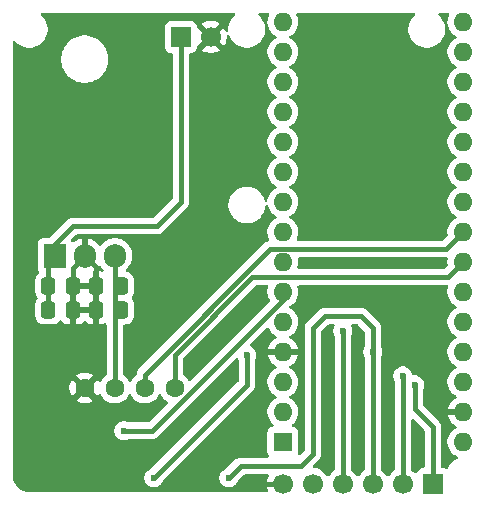
<source format=gbr>
%TF.GenerationSoftware,KiCad,Pcbnew,9.0.1*%
%TF.CreationDate,2025-06-22T03:23:01+02:00*%
%TF.ProjectId,Arduino socket,41726475-696e-46f2-9073-6f636b65742e,rev?*%
%TF.SameCoordinates,Original*%
%TF.FileFunction,Copper,L1,Top*%
%TF.FilePolarity,Positive*%
%FSLAX46Y46*%
G04 Gerber Fmt 4.6, Leading zero omitted, Abs format (unit mm)*
G04 Created by KiCad (PCBNEW 9.0.1) date 2025-06-22 03:23:01*
%MOMM*%
%LPD*%
G01*
G04 APERTURE LIST*
G04 Aperture macros list*
%AMRoundRect*
0 Rectangle with rounded corners*
0 $1 Rounding radius*
0 $2 $3 $4 $5 $6 $7 $8 $9 X,Y pos of 4 corners*
0 Add a 4 corners polygon primitive as box body*
4,1,4,$2,$3,$4,$5,$6,$7,$8,$9,$2,$3,0*
0 Add four circle primitives for the rounded corners*
1,1,$1+$1,$2,$3*
1,1,$1+$1,$4,$5*
1,1,$1+$1,$6,$7*
1,1,$1+$1,$8,$9*
0 Add four rect primitives between the rounded corners*
20,1,$1+$1,$2,$3,$4,$5,0*
20,1,$1+$1,$4,$5,$6,$7,0*
20,1,$1+$1,$6,$7,$8,$9,0*
20,1,$1+$1,$8,$9,$2,$3,0*%
G04 Aperture macros list end*
%TA.AperFunction,ComponentPad*%
%ADD10R,1.905000X2.000000*%
%TD*%
%TA.AperFunction,ComponentPad*%
%ADD11O,1.905000X2.000000*%
%TD*%
%TA.AperFunction,ComponentPad*%
%ADD12R,1.700000X1.700000*%
%TD*%
%TA.AperFunction,ComponentPad*%
%ADD13C,1.700000*%
%TD*%
%TA.AperFunction,SMDPad,CuDef*%
%ADD14RoundRect,0.250000X0.337500X0.475000X-0.337500X0.475000X-0.337500X-0.475000X0.337500X-0.475000X0*%
%TD*%
%TA.AperFunction,SMDPad,CuDef*%
%ADD15RoundRect,0.250000X-0.337500X-0.475000X0.337500X-0.475000X0.337500X0.475000X-0.337500X0.475000X0*%
%TD*%
%TA.AperFunction,ComponentPad*%
%ADD16C,1.600000*%
%TD*%
%TA.AperFunction,ComponentPad*%
%ADD17R,1.600000X1.600000*%
%TD*%
%TA.AperFunction,ComponentPad*%
%ADD18O,1.600000X1.600000*%
%TD*%
%TA.AperFunction,ViaPad*%
%ADD19C,0.600000*%
%TD*%
%TA.AperFunction,Conductor*%
%ADD20C,0.400000*%
%TD*%
%TA.AperFunction,Conductor*%
%ADD21C,0.200000*%
%TD*%
G04 APERTURE END LIST*
D10*
%TO.P,U1,1,IN*%
%TO.N,Net-(J2-Pin_1)*%
X110744000Y-74168000D03*
D11*
%TO.P,U1,2,GND*%
%TO.N,GND*%
X113284000Y-74168000D03*
%TO.P,U1,3,OUT*%
%TO.N,VCC*%
X115824000Y-74168000D03*
%TD*%
D12*
%TO.P,J2,1,Pin_1*%
%TO.N,Net-(J2-Pin_1)*%
X121412000Y-55626000D03*
D13*
%TO.P,J2,2,Pin_2*%
%TO.N,GND*%
X123952000Y-55626000D03*
%TD*%
D14*
%TO.P,C4,1*%
%TO.N,VCC*%
X116332000Y-78740000D03*
%TO.P,C4,2*%
%TO.N,GND*%
X114257000Y-78740000D03*
%TD*%
%TO.P,C3,1*%
%TO.N,VCC*%
X116332000Y-76708000D03*
%TO.P,C3,2*%
%TO.N,GND*%
X114257000Y-76708000D03*
%TD*%
D15*
%TO.P,C2,1*%
%TO.N,Net-(J2-Pin_1)*%
X110193000Y-78740000D03*
%TO.P,C2,2*%
%TO.N,GND*%
X112268000Y-78740000D03*
%TD*%
%TO.P,C1,1*%
%TO.N,Net-(J2-Pin_1)*%
X110193000Y-76708000D03*
%TO.P,C1,2*%
%TO.N,GND*%
X112268000Y-76708000D03*
%TD*%
D16*
%TO.P,RTC1,1,gnd*%
%TO.N,GND*%
X113284000Y-85344000D03*
%TO.P,RTC1,2,vcc*%
%TO.N,VCC*%
X115824000Y-85344000D03*
%TO.P,RTC1,3,sda*%
%TO.N,SDA*%
X118364000Y-85344000D03*
%TO.P,RTC1,4,scl*%
%TO.N,SCL*%
X120904000Y-85344000D03*
%TD*%
D12*
%TO.P,J1,1,Pin_1*%
%TO.N,PISO in*%
X142748000Y-93472000D03*
D13*
%TO.P,J1,2,Pin_2*%
%TO.N,SIPO out*%
X140208000Y-93472000D03*
%TO.P,J1,3,Pin_3*%
%TO.N,Clock*%
X137668000Y-93472000D03*
%TO.P,J1,4,Pin_4*%
%TO.N,Shift{slash}load*%
X135128000Y-93472000D03*
%TO.P,J1,5,Pin_5*%
%TO.N,VCC*%
X132588000Y-93472000D03*
%TO.P,J1,6,Pin_6*%
%TO.N,GND*%
X130048000Y-93472000D03*
%TD*%
D17*
%TO.P,A1,1,D1/TX*%
%TO.N,unconnected-(A1-D1{slash}TX-Pad1)*%
X130048000Y-89916000D03*
D18*
%TO.P,A1,2,D0/RX*%
%TO.N,unconnected-(A1-D0{slash}RX-Pad2)*%
X130048000Y-87376000D03*
%TO.P,A1,3,~{RESET}*%
%TO.N,unconnected-(A1-~{RESET}-Pad3)*%
X130048000Y-84836000D03*
%TO.P,A1,4,GND*%
%TO.N,GND*%
X130048000Y-82296000D03*
%TO.P,A1,5,D2*%
%TO.N,unconnected-(A1-D2-Pad5)*%
X130048000Y-79756000D03*
%TO.P,A1,6,D3*%
%TO.N,PISO in*%
X130048000Y-77216000D03*
%TO.P,A1,7,D4*%
%TO.N,SIPO out*%
X130048000Y-74676000D03*
%TO.P,A1,8,D5*%
%TO.N,Shift{slash}load*%
X130048000Y-72136000D03*
%TO.P,A1,9,D6*%
%TO.N,Clock*%
X130048000Y-69596000D03*
%TO.P,A1,10,D7*%
%TO.N,unconnected-(A1-D7-Pad10)*%
X130048000Y-67056000D03*
%TO.P,A1,11,D8*%
%TO.N,unconnected-(A1-D8-Pad11)*%
X130048000Y-64516000D03*
%TO.P,A1,12,D9*%
%TO.N,unconnected-(A1-D9-Pad12)*%
X130048000Y-61976000D03*
%TO.P,A1,13,D10*%
%TO.N,unconnected-(A1-D10-Pad13)*%
X130048000Y-59436000D03*
%TO.P,A1,14,D11*%
%TO.N,unconnected-(A1-D11-Pad14)*%
X130048000Y-56896000D03*
%TO.P,A1,15,D12*%
%TO.N,unconnected-(A1-D12-Pad15)*%
X130048000Y-54356000D03*
%TO.P,A1,16,D13*%
%TO.N,unconnected-(A1-D13-Pad16)*%
X145288000Y-54356000D03*
%TO.P,A1,17,3V3*%
%TO.N,unconnected-(A1-3V3-Pad17)*%
X145288000Y-56896000D03*
%TO.P,A1,18,AREF*%
%TO.N,unconnected-(A1-AREF-Pad18)*%
X145288000Y-59436000D03*
%TO.P,A1,19,A0*%
%TO.N,unconnected-(A1-A0-Pad19)*%
X145288000Y-61976000D03*
%TO.P,A1,20,A1*%
%TO.N,unconnected-(A1-A1-Pad20)*%
X145288000Y-64516000D03*
%TO.P,A1,21,A2*%
%TO.N,unconnected-(A1-A2-Pad21)*%
X145288000Y-67056000D03*
%TO.P,A1,22,A3*%
%TO.N,unconnected-(A1-A3-Pad22)*%
X145288000Y-69596000D03*
%TO.P,A1,23,A4*%
%TO.N,SDA*%
X145288000Y-72136000D03*
%TO.P,A1,24,A5*%
%TO.N,SCL*%
X145288000Y-74676000D03*
%TO.P,A1,25,A6*%
%TO.N,unconnected-(A1-A6-Pad25)*%
X145288000Y-77216000D03*
%TO.P,A1,26,A7*%
%TO.N,unconnected-(A1-A7-Pad26)*%
X145288000Y-79756000D03*
%TO.P,A1,27,+5V*%
%TO.N,VCC*%
X145288000Y-82296000D03*
%TO.P,A1,28,~{RESET}*%
%TO.N,unconnected-(A1-~{RESET}-Pad28)*%
X145288000Y-84836000D03*
%TO.P,A1,29,GND*%
%TO.N,GND*%
X145288000Y-87376000D03*
%TO.P,A1,30,VIN*%
%TO.N,VCC*%
X145288000Y-89916000D03*
%TD*%
D19*
%TO.N,GND*%
X125476000Y-68834000D03*
X125476000Y-66040000D03*
X125476000Y-63246000D03*
X125476000Y-60452000D03*
X107950000Y-76962000D03*
X107950000Y-82804000D03*
X107950000Y-91186000D03*
X112268000Y-90932000D03*
X115062000Y-91694000D03*
X127508000Y-86868000D03*
X132080000Y-78994000D03*
X142240000Y-77724000D03*
X137414000Y-74930000D03*
X142240000Y-74930000D03*
X140208000Y-55626000D03*
X138176000Y-55626000D03*
X135636000Y-55626000D03*
X139700000Y-77724000D03*
X116078000Y-87630000D03*
X138938000Y-87376000D03*
X136398000Y-87376000D03*
X133858000Y-85090000D03*
X133858000Y-89662000D03*
X121158000Y-93472000D03*
X116840000Y-91694000D03*
X124714000Y-90424000D03*
%TO.N,Clock*%
X125476000Y-92964000D03*
%TO.N,GND*%
X123952000Y-81280000D03*
X139954000Y-74930000D03*
X133604000Y-77216000D03*
X141478000Y-91440000D03*
X138938000Y-91440000D03*
X136398000Y-77978000D03*
%TO.N,PISO in*%
X116586000Y-88964000D03*
%TO.N,SIPO out*%
X127000000Y-82550000D03*
X119126000Y-92964000D03*
%TO.N,PISO in*%
X141224000Y-85090000D03*
%TO.N,SIPO out*%
X140208000Y-84328000D03*
%TO.N,Clock*%
X137668000Y-82296000D03*
%TO.N,Shift{slash}load*%
X135128000Y-80518000D03*
%TO.N,GND*%
X117094000Y-55880000D03*
X117094000Y-57404000D03*
X117094000Y-58928000D03*
X115570000Y-58928000D03*
X109474000Y-57404000D03*
X109474000Y-58928000D03*
X110998000Y-58928000D03*
X117094000Y-60452000D03*
X117094000Y-61976000D03*
X117094000Y-63500000D03*
X117094000Y-65024000D03*
X117094000Y-66548000D03*
X117094000Y-68072000D03*
X117094000Y-69596000D03*
X115570000Y-69596000D03*
X115570000Y-68072000D03*
X115570000Y-66548000D03*
X115570000Y-65024000D03*
X115570000Y-63500000D03*
X115570000Y-61976000D03*
X115570000Y-60452000D03*
X114046000Y-69596000D03*
X114046000Y-68072000D03*
X114046000Y-66548000D03*
X114046000Y-65024000D03*
X114046000Y-63500000D03*
X114046000Y-61976000D03*
X114046000Y-60452000D03*
X112522000Y-65024000D03*
X112522000Y-66548000D03*
X112522000Y-68072000D03*
X112522000Y-69596000D03*
X109474000Y-69596000D03*
X109474000Y-68072000D03*
X109474000Y-66548000D03*
X109474000Y-65024000D03*
X109474000Y-63500000D03*
X109474000Y-61976000D03*
X109474000Y-60452000D03*
X112522000Y-63500000D03*
X112522000Y-61976000D03*
X112522000Y-60452000D03*
X110998000Y-60452000D03*
X110998000Y-61976000D03*
X110998000Y-63500000D03*
X110998000Y-65024000D03*
X110998000Y-66548000D03*
X110998000Y-68072000D03*
X110998000Y-69596000D03*
%TD*%
D20*
%TO.N,Net-(J2-Pin_1)*%
X121412000Y-69596000D02*
X121412000Y-55626000D01*
%TO.N,GND*%
X130048000Y-93472000D02*
X128016000Y-93472000D01*
%TO.N,Clock*%
X137668000Y-80264000D02*
X137668000Y-82296000D01*
X133604000Y-79248000D02*
X136652000Y-79248000D01*
X132588000Y-90932000D02*
X132588000Y-80264000D01*
X131572000Y-91948000D02*
X132588000Y-90932000D01*
X132588000Y-80264000D02*
X133604000Y-79248000D01*
X126492000Y-91948000D02*
X131572000Y-91948000D01*
X125476000Y-92964000D02*
X126492000Y-91948000D01*
X136652000Y-79248000D02*
X137668000Y-80264000D01*
%TO.N,SCL*%
X144018000Y-75946000D02*
X145288000Y-74676000D01*
X127480572Y-75946000D02*
X144018000Y-75946000D01*
X120904000Y-82522572D02*
X127480572Y-75946000D01*
X120904000Y-84802950D02*
X120904000Y-82522572D01*
%TO.N,PISO in*%
X142748000Y-88646000D02*
X142748000Y-93472000D01*
X141224000Y-87122000D02*
X142748000Y-88646000D01*
X141224000Y-85090000D02*
X141224000Y-87122000D01*
X130048000Y-77898471D02*
X130048000Y-77216000D01*
X118982471Y-88964000D02*
X130048000Y-77898471D01*
X116586000Y-88964000D02*
X118982471Y-88964000D01*
%TO.N,SIPO out*%
X127000000Y-85090000D02*
X127000000Y-82550000D01*
X119126000Y-92964000D02*
X127000000Y-85090000D01*
X140208000Y-93472000D02*
X140208000Y-84328000D01*
%TO.N,Clock*%
X137668000Y-86360000D02*
X137668000Y-82296000D01*
%TO.N,Shift{slash}load*%
X135128000Y-87122000D02*
X135128000Y-80518000D01*
%TO.N,Clock*%
X137668000Y-93472000D02*
X137668000Y-86360000D01*
%TO.N,Shift{slash}load*%
X135128000Y-93472000D02*
X135128000Y-87122000D01*
%TO.N,GND*%
X114300000Y-75184000D02*
X114257000Y-75227000D01*
X114257000Y-75227000D02*
X114257000Y-76708000D01*
X113284000Y-74168000D02*
X114300000Y-75184000D01*
X112268000Y-75184000D02*
X113284000Y-74168000D01*
X112268000Y-76708000D02*
X112268000Y-75184000D01*
%TO.N,Net-(J2-Pin_1)*%
X112268000Y-71628000D02*
X119380000Y-71628000D01*
X110744000Y-73152000D02*
X112268000Y-71628000D01*
X119380000Y-71628000D02*
X121412000Y-69596000D01*
X110744000Y-74168000D02*
X110744000Y-73152000D01*
X110193000Y-74719000D02*
X110744000Y-74168000D01*
X110193000Y-78740000D02*
X110193000Y-74719000D01*
%TO.N,VCC*%
X115824000Y-85344000D02*
X115824000Y-74168000D01*
%TO.N,SDA*%
X143849000Y-73575000D02*
X145288000Y-72136000D01*
X129001630Y-73575000D02*
X143849000Y-73575000D01*
X118364000Y-84212630D02*
X129001630Y-73575000D01*
X118364000Y-85344000D02*
X118364000Y-84212630D01*
D21*
%TO.N,SCL*%
X120904000Y-85344000D02*
X120904000Y-84802950D01*
%TD*%
%TA.AperFunction,Conductor*%
%TO.N,GND*%
G36*
X125980666Y-53606185D02*
G01*
X126026421Y-53658989D01*
X126036365Y-53728147D01*
X126007340Y-53791703D01*
X125993204Y-53804674D01*
X125993630Y-53805173D01*
X125989918Y-53808343D01*
X125817343Y-53980918D01*
X125817339Y-53980923D01*
X125673896Y-54178357D01*
X125563097Y-54395812D01*
X125487678Y-54627927D01*
X125449500Y-54868973D01*
X125449500Y-55083232D01*
X125429815Y-55150271D01*
X125377011Y-55196026D01*
X125307853Y-55205970D01*
X125244297Y-55176945D01*
X125207569Y-55121551D01*
X125203094Y-55107781D01*
X125106624Y-54918449D01*
X125067270Y-54864282D01*
X125067269Y-54864282D01*
X124434962Y-55496590D01*
X124417925Y-55433007D01*
X124352099Y-55318993D01*
X124259007Y-55225901D01*
X124144993Y-55160075D01*
X124081409Y-55143037D01*
X124713716Y-54510728D01*
X124659550Y-54471375D01*
X124470217Y-54374904D01*
X124268129Y-54309242D01*
X124058246Y-54276000D01*
X123845754Y-54276000D01*
X123635872Y-54309242D01*
X123635869Y-54309242D01*
X123433782Y-54374904D01*
X123244439Y-54471380D01*
X123190282Y-54510727D01*
X123190282Y-54510728D01*
X123822591Y-55143037D01*
X123759007Y-55160075D01*
X123644993Y-55225901D01*
X123551901Y-55318993D01*
X123486075Y-55433007D01*
X123469037Y-55496591D01*
X122798818Y-54826372D01*
X122765333Y-54765049D01*
X122765330Y-54765036D01*
X122762499Y-54752015D01*
X122762499Y-54728128D01*
X122756091Y-54668517D01*
X122714493Y-54556986D01*
X122705798Y-54533673D01*
X122705793Y-54533664D01*
X122619547Y-54418455D01*
X122619544Y-54418452D01*
X122504335Y-54332206D01*
X122504328Y-54332202D01*
X122369482Y-54281908D01*
X122369483Y-54281908D01*
X122309883Y-54275501D01*
X122309881Y-54275500D01*
X122309873Y-54275500D01*
X122309864Y-54275500D01*
X120514129Y-54275500D01*
X120514123Y-54275501D01*
X120454516Y-54281908D01*
X120319671Y-54332202D01*
X120319664Y-54332206D01*
X120204455Y-54418452D01*
X120204452Y-54418455D01*
X120118206Y-54533664D01*
X120118202Y-54533671D01*
X120067908Y-54668517D01*
X120061501Y-54728116D01*
X120061500Y-54728135D01*
X120061500Y-56523870D01*
X120061501Y-56523876D01*
X120067908Y-56583483D01*
X120118202Y-56718328D01*
X120118206Y-56718335D01*
X120204452Y-56833544D01*
X120204455Y-56833547D01*
X120319664Y-56919793D01*
X120319671Y-56919797D01*
X120364618Y-56936561D01*
X120454517Y-56970091D01*
X120514127Y-56976500D01*
X120587500Y-56976499D01*
X120654538Y-56996183D01*
X120700294Y-57048986D01*
X120711500Y-57100499D01*
X120711500Y-69254481D01*
X120691815Y-69321520D01*
X120675181Y-69342162D01*
X119126162Y-70891181D01*
X119064839Y-70924666D01*
X119038481Y-70927500D01*
X112199003Y-70927500D01*
X112090590Y-70949065D01*
X112090589Y-70949065D01*
X112077131Y-70951742D01*
X112063673Y-70954419D01*
X112063671Y-70954420D01*
X112010866Y-70976292D01*
X112010864Y-70976293D01*
X112010863Y-70976292D01*
X111936196Y-71007221D01*
X111936181Y-71007229D01*
X111898130Y-71032655D01*
X111821457Y-71083886D01*
X111821453Y-71083889D01*
X110274160Y-72631181D01*
X110212837Y-72664666D01*
X110186479Y-72667500D01*
X109743629Y-72667500D01*
X109743623Y-72667501D01*
X109684016Y-72673908D01*
X109549171Y-72724202D01*
X109549164Y-72724206D01*
X109433955Y-72810452D01*
X109433952Y-72810455D01*
X109347706Y-72925664D01*
X109347702Y-72925671D01*
X109297408Y-73060517D01*
X109291001Y-73120116D01*
X109291000Y-73120135D01*
X109291000Y-75215870D01*
X109291001Y-75215876D01*
X109297408Y-75275483D01*
X109347702Y-75410328D01*
X109347703Y-75410330D01*
X109347704Y-75410331D01*
X109397612Y-75477000D01*
X109398517Y-75478208D01*
X109422934Y-75543672D01*
X109408083Y-75611945D01*
X109386932Y-75640200D01*
X109262787Y-75764345D01*
X109170687Y-75913663D01*
X109170685Y-75913668D01*
X109159467Y-75947523D01*
X109115501Y-76080203D01*
X109115501Y-76080204D01*
X109115500Y-76080204D01*
X109105000Y-76182983D01*
X109105000Y-77233001D01*
X109105001Y-77233019D01*
X109115500Y-77335796D01*
X109115501Y-77335799D01*
X109170685Y-77502331D01*
X109170687Y-77502336D01*
X109266580Y-77657803D01*
X109264121Y-77659319D01*
X109285322Y-77711940D01*
X109272251Y-77780576D01*
X109266213Y-77789970D01*
X109266580Y-77790197D01*
X109170687Y-77945663D01*
X109170686Y-77945666D01*
X109115501Y-78112203D01*
X109115501Y-78112204D01*
X109115500Y-78112204D01*
X109105000Y-78214983D01*
X109105000Y-79265001D01*
X109105001Y-79265019D01*
X109115500Y-79367796D01*
X109115501Y-79367799D01*
X109143226Y-79451465D01*
X109170686Y-79534334D01*
X109262788Y-79683656D01*
X109386844Y-79807712D01*
X109536166Y-79899814D01*
X109702703Y-79954999D01*
X109805491Y-79965500D01*
X110580508Y-79965499D01*
X110580516Y-79965498D01*
X110580519Y-79965498D01*
X110638706Y-79959554D01*
X110683297Y-79954999D01*
X110849834Y-79899814D01*
X110999156Y-79807712D01*
X111123212Y-79683656D01*
X111125252Y-79680347D01*
X111127245Y-79678555D01*
X111127693Y-79677989D01*
X111127789Y-79678065D01*
X111177194Y-79633623D01*
X111246156Y-79622395D01*
X111310240Y-79650234D01*
X111336329Y-79680339D01*
X111338181Y-79683341D01*
X111338183Y-79683344D01*
X111462154Y-79807315D01*
X111611375Y-79899356D01*
X111611380Y-79899358D01*
X111777802Y-79954505D01*
X111777809Y-79954506D01*
X111880519Y-79964999D01*
X112017999Y-79964999D01*
X112518000Y-79964999D01*
X112655472Y-79964999D01*
X112655486Y-79964998D01*
X112758197Y-79954505D01*
X112924619Y-79899358D01*
X112924624Y-79899356D01*
X113073845Y-79807315D01*
X113174819Y-79706342D01*
X113236142Y-79672857D01*
X113305834Y-79677841D01*
X113350181Y-79706342D01*
X113451154Y-79807315D01*
X113600375Y-79899356D01*
X113600380Y-79899358D01*
X113766802Y-79954505D01*
X113766809Y-79954506D01*
X113869519Y-79964999D01*
X114006999Y-79964999D01*
X114007000Y-79964998D01*
X114007000Y-78990000D01*
X112518000Y-78990000D01*
X112518000Y-79964999D01*
X112017999Y-79964999D01*
X112018000Y-79964998D01*
X112018000Y-78490000D01*
X112518000Y-78490000D01*
X114007000Y-78490000D01*
X114007000Y-76958000D01*
X112518000Y-76958000D01*
X112518000Y-78490000D01*
X112018000Y-78490000D01*
X112018000Y-76832000D01*
X112037685Y-76764961D01*
X112090489Y-76719206D01*
X112142000Y-76708000D01*
X112268000Y-76708000D01*
X112268000Y-76582000D01*
X112287685Y-76514961D01*
X112340489Y-76469206D01*
X112392000Y-76458000D01*
X114007000Y-76458000D01*
X114007000Y-75477000D01*
X114026685Y-75409961D01*
X114079489Y-75364206D01*
X114131000Y-75353000D01*
X114189505Y-75353000D01*
X114230241Y-75323403D01*
X114391905Y-75161739D01*
X114453371Y-75077137D01*
X114508701Y-75034470D01*
X114578314Y-75028491D01*
X114640109Y-75061096D01*
X114654007Y-75077134D01*
X114715714Y-75162066D01*
X114715716Y-75162068D01*
X114834808Y-75281160D01*
X114868293Y-75342483D01*
X114863309Y-75412175D01*
X114821437Y-75468108D01*
X114755973Y-75492525D01*
X114734525Y-75492199D01*
X114644488Y-75483000D01*
X114507000Y-75483000D01*
X114507000Y-79964999D01*
X114644472Y-79964999D01*
X114644486Y-79964998D01*
X114747197Y-79954505D01*
X114913619Y-79899358D01*
X114913628Y-79899354D01*
X114934401Y-79886541D01*
X115001793Y-79868099D01*
X115068457Y-79889020D01*
X115113228Y-79942661D01*
X115123500Y-79992078D01*
X115123500Y-84182255D01*
X115103815Y-84249294D01*
X115072385Y-84282573D01*
X114976787Y-84352028D01*
X114976782Y-84352032D01*
X114832028Y-84496786D01*
X114711713Y-84662388D01*
X114664203Y-84755630D01*
X114616228Y-84806426D01*
X114548407Y-84823220D01*
X114482272Y-84800682D01*
X114443234Y-84755628D01*
X114395861Y-84662652D01*
X114363474Y-84618077D01*
X114363474Y-84618076D01*
X113684000Y-85297551D01*
X113684000Y-85291339D01*
X113656741Y-85189606D01*
X113604080Y-85098394D01*
X113529606Y-85023920D01*
X113438394Y-84971259D01*
X113336661Y-84944000D01*
X113330446Y-84944000D01*
X114009922Y-84264524D01*
X114009921Y-84264523D01*
X113965359Y-84232147D01*
X113965350Y-84232141D01*
X113783031Y-84139244D01*
X113588417Y-84076009D01*
X113386317Y-84044000D01*
X113181683Y-84044000D01*
X112979582Y-84076009D01*
X112784968Y-84139244D01*
X112602644Y-84232143D01*
X112558077Y-84264523D01*
X112558077Y-84264524D01*
X113237554Y-84944000D01*
X113231339Y-84944000D01*
X113129606Y-84971259D01*
X113038394Y-85023920D01*
X112963920Y-85098394D01*
X112911259Y-85189606D01*
X112884000Y-85291339D01*
X112884000Y-85297553D01*
X112204524Y-84618077D01*
X112204523Y-84618077D01*
X112172143Y-84662644D01*
X112079244Y-84844968D01*
X112016009Y-85039582D01*
X111984000Y-85241682D01*
X111984000Y-85446317D01*
X112016009Y-85648417D01*
X112079244Y-85843031D01*
X112172141Y-86025350D01*
X112172147Y-86025359D01*
X112204523Y-86069921D01*
X112204524Y-86069922D01*
X112884000Y-85390446D01*
X112884000Y-85396661D01*
X112911259Y-85498394D01*
X112963920Y-85589606D01*
X113038394Y-85664080D01*
X113129606Y-85716741D01*
X113231339Y-85744000D01*
X113237553Y-85744000D01*
X112558076Y-86423474D01*
X112602650Y-86455859D01*
X112784968Y-86548755D01*
X112979582Y-86611990D01*
X113181683Y-86644000D01*
X113386317Y-86644000D01*
X113588417Y-86611990D01*
X113783031Y-86548755D01*
X113965349Y-86455859D01*
X114009921Y-86423474D01*
X113330447Y-85744000D01*
X113336661Y-85744000D01*
X113438394Y-85716741D01*
X113529606Y-85664080D01*
X113604080Y-85589606D01*
X113656741Y-85498394D01*
X113684000Y-85396661D01*
X113684000Y-85390447D01*
X114363474Y-86069921D01*
X114395861Y-86025347D01*
X114395861Y-86025346D01*
X114443234Y-85932371D01*
X114491208Y-85881575D01*
X114559028Y-85864779D01*
X114625164Y-85887316D01*
X114664203Y-85932369D01*
X114711713Y-86025611D01*
X114832028Y-86191213D01*
X114976786Y-86335971D01*
X115097226Y-86423474D01*
X115142390Y-86456287D01*
X115258607Y-86515503D01*
X115324776Y-86549218D01*
X115324778Y-86549218D01*
X115324781Y-86549220D01*
X115429137Y-86583127D01*
X115519465Y-86612477D01*
X115620557Y-86628488D01*
X115721648Y-86644500D01*
X115721649Y-86644500D01*
X115926351Y-86644500D01*
X115926352Y-86644500D01*
X116128534Y-86612477D01*
X116323219Y-86549220D01*
X116505610Y-86456287D01*
X116605067Y-86384028D01*
X116671213Y-86335971D01*
X116671215Y-86335968D01*
X116671219Y-86335966D01*
X116815966Y-86191219D01*
X116815968Y-86191215D01*
X116815971Y-86191213D01*
X116936284Y-86025614D01*
X116936286Y-86025611D01*
X116936287Y-86025610D01*
X116983516Y-85932917D01*
X117031489Y-85882123D01*
X117099310Y-85865328D01*
X117165445Y-85887865D01*
X117204483Y-85932917D01*
X117248348Y-86019006D01*
X117251715Y-86025614D01*
X117372028Y-86191213D01*
X117516786Y-86335971D01*
X117637226Y-86423474D01*
X117682390Y-86456287D01*
X117798607Y-86515503D01*
X117864776Y-86549218D01*
X117864778Y-86549218D01*
X117864781Y-86549220D01*
X117969137Y-86583127D01*
X118059465Y-86612477D01*
X118160557Y-86628488D01*
X118261648Y-86644500D01*
X118261649Y-86644500D01*
X118466351Y-86644500D01*
X118466352Y-86644500D01*
X118668534Y-86612477D01*
X118863219Y-86549220D01*
X119045610Y-86456287D01*
X119145067Y-86384028D01*
X119211213Y-86335971D01*
X119211215Y-86335968D01*
X119211219Y-86335966D01*
X119355966Y-86191219D01*
X119355968Y-86191215D01*
X119355971Y-86191213D01*
X119476284Y-86025614D01*
X119476286Y-86025611D01*
X119476287Y-86025610D01*
X119523516Y-85932917D01*
X119571489Y-85882123D01*
X119639310Y-85865328D01*
X119705445Y-85887865D01*
X119744483Y-85932917D01*
X119788348Y-86019006D01*
X119791715Y-86025614D01*
X119912028Y-86191213D01*
X120056786Y-86335971D01*
X120222385Y-86456284D01*
X120222387Y-86456285D01*
X120222390Y-86456287D01*
X120253912Y-86472348D01*
X120304708Y-86520322D01*
X120321503Y-86588143D01*
X120298966Y-86654278D01*
X120285298Y-86670514D01*
X118728633Y-88227181D01*
X118667310Y-88260666D01*
X118640952Y-88263500D01*
X117011316Y-88263500D01*
X116963864Y-88254061D01*
X116819501Y-88194264D01*
X116819489Y-88194261D01*
X116664845Y-88163500D01*
X116664842Y-88163500D01*
X116507158Y-88163500D01*
X116507155Y-88163500D01*
X116352510Y-88194261D01*
X116352498Y-88194264D01*
X116206827Y-88254602D01*
X116206814Y-88254609D01*
X116075711Y-88342210D01*
X116075707Y-88342213D01*
X115964213Y-88453707D01*
X115964210Y-88453711D01*
X115876609Y-88584814D01*
X115876602Y-88584827D01*
X115816264Y-88730498D01*
X115816261Y-88730510D01*
X115785500Y-88885153D01*
X115785500Y-89042846D01*
X115816261Y-89197489D01*
X115816264Y-89197501D01*
X115876602Y-89343172D01*
X115876609Y-89343185D01*
X115964210Y-89474288D01*
X115964213Y-89474292D01*
X116075707Y-89585786D01*
X116075711Y-89585789D01*
X116206814Y-89673390D01*
X116206827Y-89673397D01*
X116309561Y-89715950D01*
X116352503Y-89733737D01*
X116502588Y-89763591D01*
X116507153Y-89764499D01*
X116507156Y-89764500D01*
X116507158Y-89764500D01*
X116664844Y-89764500D01*
X116664845Y-89764499D01*
X116819497Y-89733737D01*
X116909270Y-89696552D01*
X116963864Y-89673939D01*
X117011316Y-89664500D01*
X119051467Y-89664500D01*
X119142511Y-89646389D01*
X119186799Y-89637580D01*
X119250540Y-89611177D01*
X119314278Y-89584777D01*
X119314279Y-89584776D01*
X119314282Y-89584775D01*
X119429014Y-89508114D01*
X126076595Y-82860531D01*
X126105383Y-82844812D01*
X126133608Y-82828066D01*
X126135901Y-82828147D01*
X126137916Y-82827048D01*
X126170652Y-82829389D01*
X126203433Y-82830560D01*
X126205317Y-82831868D01*
X126207608Y-82832032D01*
X126233878Y-82851698D01*
X126260826Y-82870408D01*
X126262388Y-82873041D01*
X126263541Y-82873904D01*
X126278835Y-82900761D01*
X126290061Y-82927863D01*
X126299500Y-82975316D01*
X126299500Y-84748480D01*
X126279815Y-84815519D01*
X126263181Y-84836161D01*
X118931412Y-92167929D01*
X118891184Y-92194809D01*
X118746823Y-92254604D01*
X118746814Y-92254609D01*
X118615711Y-92342210D01*
X118615707Y-92342213D01*
X118504213Y-92453707D01*
X118504210Y-92453711D01*
X118416609Y-92584814D01*
X118416602Y-92584827D01*
X118356264Y-92730498D01*
X118356261Y-92730510D01*
X118325500Y-92885153D01*
X118325500Y-93042846D01*
X118356261Y-93197489D01*
X118356264Y-93197501D01*
X118416602Y-93343172D01*
X118416609Y-93343185D01*
X118504210Y-93474288D01*
X118504213Y-93474292D01*
X118615707Y-93585786D01*
X118615711Y-93585789D01*
X118746814Y-93673390D01*
X118746827Y-93673397D01*
X118892498Y-93733735D01*
X118892503Y-93733737D01*
X119047153Y-93764499D01*
X119047156Y-93764500D01*
X119047158Y-93764500D01*
X119204844Y-93764500D01*
X119204845Y-93764499D01*
X119359497Y-93733737D01*
X119505179Y-93673394D01*
X119636289Y-93585789D01*
X119747789Y-93474289D01*
X119835394Y-93343179D01*
X119835395Y-93343176D01*
X119835397Y-93343173D01*
X119887646Y-93217030D01*
X119895192Y-93198810D01*
X119922069Y-93158586D01*
X127544114Y-85536543D01*
X127620775Y-85421811D01*
X127631193Y-85396661D01*
X127673578Y-85294332D01*
X127673580Y-85294328D01*
X127694411Y-85189606D01*
X127700500Y-85158996D01*
X127700500Y-82975316D01*
X127709939Y-82927864D01*
X127750728Y-82829389D01*
X127769737Y-82783497D01*
X127800500Y-82628842D01*
X127800500Y-82471158D01*
X127800500Y-82471155D01*
X127800499Y-82471153D01*
X127785745Y-82396981D01*
X127769737Y-82316503D01*
X127733979Y-82230174D01*
X127709397Y-82170827D01*
X127709390Y-82170814D01*
X127621789Y-82039711D01*
X127621786Y-82039707D01*
X127510292Y-81928213D01*
X127510288Y-81928210D01*
X127379185Y-81840609D01*
X127379173Y-81840602D01*
X127350762Y-81828835D01*
X127296358Y-81784995D01*
X127274293Y-81718701D01*
X127291572Y-81651001D01*
X127310529Y-81626597D01*
X128667798Y-80269328D01*
X128729119Y-80235845D01*
X128798811Y-80240829D01*
X128854744Y-80282701D01*
X128865962Y-80300716D01*
X128935715Y-80437614D01*
X129056028Y-80603213D01*
X129200786Y-80747971D01*
X129355749Y-80860556D01*
X129366390Y-80868287D01*
X129420513Y-80895864D01*
X129459629Y-80915795D01*
X129510425Y-80963770D01*
X129527220Y-81031591D01*
X129504682Y-81097726D01*
X129459629Y-81136765D01*
X129366650Y-81184140D01*
X129201105Y-81304417D01*
X129201104Y-81304417D01*
X129056417Y-81449104D01*
X129056417Y-81449105D01*
X128936140Y-81614650D01*
X128843244Y-81796970D01*
X128780009Y-81991586D01*
X128771391Y-82046000D01*
X129614988Y-82046000D01*
X129582075Y-82103007D01*
X129548000Y-82230174D01*
X129548000Y-82361826D01*
X129582075Y-82488993D01*
X129614988Y-82546000D01*
X128771391Y-82546000D01*
X128780009Y-82600413D01*
X128843244Y-82795029D01*
X128936140Y-82977349D01*
X129056417Y-83142894D01*
X129056417Y-83142895D01*
X129201104Y-83287582D01*
X129366652Y-83407861D01*
X129459628Y-83455234D01*
X129510425Y-83503208D01*
X129527220Y-83571029D01*
X129504683Y-83637164D01*
X129459630Y-83676203D01*
X129366388Y-83723713D01*
X129200786Y-83844028D01*
X129056028Y-83988786D01*
X128935715Y-84154386D01*
X128842781Y-84336776D01*
X128779522Y-84531465D01*
X128747500Y-84733648D01*
X128747500Y-84938351D01*
X128779522Y-85140534D01*
X128842781Y-85335223D01*
X128874086Y-85396661D01*
X128934544Y-85515316D01*
X128935715Y-85517613D01*
X129056028Y-85683213D01*
X129200786Y-85827971D01*
X129355749Y-85940556D01*
X129366390Y-85948287D01*
X129457840Y-85994883D01*
X129459080Y-85995515D01*
X129509876Y-86043490D01*
X129526671Y-86111311D01*
X129504134Y-86177446D01*
X129459080Y-86216485D01*
X129366386Y-86263715D01*
X129200786Y-86384028D01*
X129056028Y-86528786D01*
X128935715Y-86694386D01*
X128842781Y-86876776D01*
X128779522Y-87071465D01*
X128747500Y-87273648D01*
X128747500Y-87478351D01*
X128779522Y-87680534D01*
X128842781Y-87875223D01*
X128935715Y-88057613D01*
X129056028Y-88223213D01*
X129200784Y-88367969D01*
X129237068Y-88394330D01*
X129279735Y-88449659D01*
X129285715Y-88519273D01*
X129253109Y-88581068D01*
X129192271Y-88615426D01*
X129177440Y-88617938D01*
X129140519Y-88621907D01*
X129005671Y-88672202D01*
X129005664Y-88672206D01*
X128890455Y-88758452D01*
X128890452Y-88758455D01*
X128804206Y-88873664D01*
X128804202Y-88873671D01*
X128753908Y-89008517D01*
X128750218Y-89042846D01*
X128747501Y-89068123D01*
X128747500Y-89068135D01*
X128747500Y-90763870D01*
X128747501Y-90763876D01*
X128753908Y-90823483D01*
X128804202Y-90958328D01*
X128804206Y-90958335D01*
X128872220Y-91049189D01*
X128896638Y-91114653D01*
X128881787Y-91182926D01*
X128832382Y-91232332D01*
X128772954Y-91247500D01*
X126423004Y-91247500D01*
X126287677Y-91274418D01*
X126287667Y-91274421D01*
X126160192Y-91327222D01*
X126045454Y-91403887D01*
X125281412Y-92167929D01*
X125241184Y-92194809D01*
X125096823Y-92254604D01*
X125096814Y-92254609D01*
X124965711Y-92342210D01*
X124965707Y-92342213D01*
X124854213Y-92453707D01*
X124854210Y-92453711D01*
X124766609Y-92584814D01*
X124766602Y-92584827D01*
X124706264Y-92730498D01*
X124706261Y-92730510D01*
X124675500Y-92885153D01*
X124675500Y-93042846D01*
X124706261Y-93197489D01*
X124706264Y-93197501D01*
X124766602Y-93343172D01*
X124766609Y-93343185D01*
X124854210Y-93474288D01*
X124854213Y-93474292D01*
X124965707Y-93585786D01*
X124965711Y-93585789D01*
X125096814Y-93673390D01*
X125096827Y-93673397D01*
X125242498Y-93733735D01*
X125242503Y-93733737D01*
X125397153Y-93764499D01*
X125397156Y-93764500D01*
X125397158Y-93764500D01*
X125554844Y-93764500D01*
X125554845Y-93764499D01*
X125709497Y-93733737D01*
X125855179Y-93673394D01*
X125986289Y-93585789D01*
X126097789Y-93474289D01*
X126185394Y-93343179D01*
X126185395Y-93343176D01*
X126185397Y-93343173D01*
X126237646Y-93217030D01*
X126245192Y-93198810D01*
X126272069Y-93158586D01*
X126745838Y-92684819D01*
X126807161Y-92651334D01*
X126833519Y-92648500D01*
X128750104Y-92648500D01*
X128817143Y-92668185D01*
X128862898Y-92720989D01*
X128872842Y-92790147D01*
X128860589Y-92828795D01*
X128796904Y-92953782D01*
X128731242Y-93155869D01*
X128731242Y-93155872D01*
X128698000Y-93365753D01*
X128698000Y-93578246D01*
X128731242Y-93788127D01*
X128731242Y-93788130D01*
X128796905Y-93990220D01*
X128796905Y-93990221D01*
X128800975Y-93998208D01*
X128813870Y-94066878D01*
X128787592Y-94131617D01*
X128730484Y-94171873D01*
X128690489Y-94178500D01*
X108589874Y-94178500D01*
X108580145Y-94178118D01*
X108375014Y-94161973D01*
X108355796Y-94158929D01*
X108160474Y-94112037D01*
X108141971Y-94106025D01*
X108040551Y-94064015D01*
X107956383Y-94029151D01*
X107939048Y-94020318D01*
X107853412Y-93967841D01*
X107767774Y-93915362D01*
X107752034Y-93903926D01*
X107599288Y-93773468D01*
X107585530Y-93759710D01*
X107542570Y-93709410D01*
X107455070Y-93606961D01*
X107443638Y-93591226D01*
X107338679Y-93419949D01*
X107329847Y-93402614D01*
X107305225Y-93343172D01*
X107252973Y-93217023D01*
X107246964Y-93198531D01*
X107200069Y-93003197D01*
X107197026Y-92983984D01*
X107191951Y-92919506D01*
X107180880Y-92778839D01*
X107180499Y-92769113D01*
X107180499Y-57376872D01*
X111283500Y-57376872D01*
X111283500Y-57639127D01*
X111297204Y-57743213D01*
X111317730Y-57899116D01*
X111372492Y-58103490D01*
X111385602Y-58152418D01*
X111385605Y-58152428D01*
X111485953Y-58394690D01*
X111485958Y-58394700D01*
X111617075Y-58621803D01*
X111776718Y-58829851D01*
X111776726Y-58829860D01*
X111962140Y-59015274D01*
X111962148Y-59015281D01*
X112170196Y-59174924D01*
X112397299Y-59306041D01*
X112397309Y-59306046D01*
X112639571Y-59406394D01*
X112639581Y-59406398D01*
X112892884Y-59474270D01*
X113152880Y-59508500D01*
X113152887Y-59508500D01*
X113415113Y-59508500D01*
X113415120Y-59508500D01*
X113675116Y-59474270D01*
X113928419Y-59406398D01*
X114170697Y-59306043D01*
X114397803Y-59174924D01*
X114605851Y-59015282D01*
X114605855Y-59015277D01*
X114605860Y-59015274D01*
X114791274Y-58829860D01*
X114791277Y-58829855D01*
X114791282Y-58829851D01*
X114950924Y-58621803D01*
X115082043Y-58394697D01*
X115182398Y-58152419D01*
X115250270Y-57899116D01*
X115284500Y-57639120D01*
X115284500Y-57376880D01*
X115250270Y-57116884D01*
X115182398Y-56863581D01*
X115182394Y-56863571D01*
X115082046Y-56621309D01*
X115082041Y-56621299D01*
X114950924Y-56394196D01*
X114791281Y-56186148D01*
X114791274Y-56186140D01*
X114605860Y-56000726D01*
X114605851Y-56000718D01*
X114397803Y-55841075D01*
X114170700Y-55709958D01*
X114170690Y-55709953D01*
X113928428Y-55609605D01*
X113928421Y-55609603D01*
X113928419Y-55609602D01*
X113675116Y-55541730D01*
X113617339Y-55534123D01*
X113415127Y-55507500D01*
X113415120Y-55507500D01*
X113152880Y-55507500D01*
X113152872Y-55507500D01*
X112937933Y-55535799D01*
X112892884Y-55541730D01*
X112639581Y-55609602D01*
X112639571Y-55609605D01*
X112397309Y-55709953D01*
X112397299Y-55709958D01*
X112170196Y-55841075D01*
X111962148Y-56000718D01*
X111776718Y-56186148D01*
X111617075Y-56394196D01*
X111485958Y-56621299D01*
X111485953Y-56621309D01*
X111385605Y-56863571D01*
X111385602Y-56863581D01*
X111322121Y-57100499D01*
X111317730Y-57116885D01*
X111283500Y-57376872D01*
X107180499Y-57376872D01*
X107180499Y-56077371D01*
X107200184Y-56010332D01*
X107252988Y-55964577D01*
X107322146Y-55954633D01*
X107385702Y-55983658D01*
X107398670Y-55997799D01*
X107399173Y-55997370D01*
X107402343Y-56001081D01*
X107574918Y-56173656D01*
X107574923Y-56173660D01*
X107630984Y-56214390D01*
X107772361Y-56317106D01*
X107989815Y-56427904D01*
X108221924Y-56503321D01*
X108462973Y-56541500D01*
X108462974Y-56541500D01*
X108707026Y-56541500D01*
X108707027Y-56541500D01*
X108948076Y-56503321D01*
X109180185Y-56427904D01*
X109397639Y-56317106D01*
X109595083Y-56173655D01*
X109767655Y-56001083D01*
X109911106Y-55803639D01*
X110021904Y-55586185D01*
X110097321Y-55354076D01*
X110135500Y-55113027D01*
X110135500Y-54868973D01*
X110097321Y-54627924D01*
X110021904Y-54395815D01*
X109911106Y-54178361D01*
X109818911Y-54051465D01*
X109767660Y-53980923D01*
X109767656Y-53980918D01*
X109595081Y-53808343D01*
X109591370Y-53805173D01*
X109592825Y-53803468D01*
X109555830Y-53755510D01*
X109549838Y-53685897D01*
X109582433Y-53624096D01*
X109643265Y-53589728D01*
X109671373Y-53586500D01*
X125913627Y-53586500D01*
X125980666Y-53606185D01*
G37*
%TD.AperFunction*%
%TA.AperFunction,Conductor*%
G36*
X134323535Y-79951362D02*
G01*
X134333617Y-79950096D01*
X134356495Y-79961040D01*
X134380825Y-79968185D01*
X134387478Y-79975863D01*
X134396646Y-79980249D01*
X134409976Y-80001827D01*
X134426580Y-80020989D01*
X134428025Y-80031045D01*
X134433367Y-80039691D01*
X134432915Y-80065047D01*
X134436524Y-80090147D01*
X134432269Y-80101249D01*
X134432122Y-80109549D01*
X134420850Y-80133109D01*
X134421479Y-80133446D01*
X134418602Y-80138827D01*
X134358264Y-80284498D01*
X134358261Y-80284510D01*
X134327500Y-80439153D01*
X134327500Y-80596846D01*
X134358261Y-80751489D01*
X134358264Y-80751501D01*
X134418061Y-80895864D01*
X134427500Y-80943316D01*
X134427500Y-92248452D01*
X134407815Y-92315491D01*
X134376385Y-92348770D01*
X134248213Y-92441890D01*
X134097890Y-92592213D01*
X133972949Y-92764182D01*
X133968484Y-92772946D01*
X133920509Y-92823742D01*
X133852688Y-92840536D01*
X133786553Y-92817998D01*
X133747516Y-92772946D01*
X133743050Y-92764182D01*
X133618109Y-92592213D01*
X133467786Y-92441890D01*
X133295820Y-92316951D01*
X133106414Y-92220444D01*
X133106413Y-92220443D01*
X133106412Y-92220443D01*
X132904243Y-92154754D01*
X132904241Y-92154753D01*
X132904240Y-92154753D01*
X132742957Y-92129208D01*
X132694287Y-92121500D01*
X132688519Y-92121500D01*
X132621480Y-92101815D01*
X132575725Y-92049011D01*
X132565781Y-91979853D01*
X132594806Y-91916297D01*
X132600838Y-91909819D01*
X133132112Y-91378545D01*
X133132112Y-91378544D01*
X133132114Y-91378543D01*
X133208775Y-91263811D01*
X133231027Y-91210091D01*
X133241636Y-91184477D01*
X133261580Y-91136328D01*
X133281923Y-91034059D01*
X133288500Y-91000996D01*
X133288500Y-80605519D01*
X133308185Y-80538480D01*
X133324819Y-80517838D01*
X133857838Y-79984819D01*
X133919161Y-79951334D01*
X133945519Y-79948500D01*
X134313786Y-79948500D01*
X134323535Y-79951362D01*
G37*
%TD.AperFunction*%
%TA.AperFunction,Conductor*%
G36*
X136377520Y-79968185D02*
G01*
X136398162Y-79984819D01*
X136931181Y-80517838D01*
X136964666Y-80579161D01*
X136967500Y-80605519D01*
X136967500Y-81870684D01*
X136958061Y-81918136D01*
X136898264Y-82062498D01*
X136898261Y-82062510D01*
X136867500Y-82217153D01*
X136867500Y-82374846D01*
X136898261Y-82529489D01*
X136898264Y-82529501D01*
X136958061Y-82673864D01*
X136967500Y-82721316D01*
X136967500Y-92248452D01*
X136947815Y-92315491D01*
X136916385Y-92348770D01*
X136788213Y-92441890D01*
X136637890Y-92592213D01*
X136512949Y-92764182D01*
X136508484Y-92772946D01*
X136460509Y-92823742D01*
X136392688Y-92840536D01*
X136326553Y-92817998D01*
X136287516Y-92772946D01*
X136283050Y-92764182D01*
X136158109Y-92592213D01*
X136007786Y-92441890D01*
X135879615Y-92348770D01*
X135836949Y-92293441D01*
X135828500Y-92248452D01*
X135828500Y-80943316D01*
X135837939Y-80895864D01*
X135897735Y-80751501D01*
X135897737Y-80751497D01*
X135928500Y-80596842D01*
X135928500Y-80439158D01*
X135928500Y-80439155D01*
X135928499Y-80439153D01*
X135897738Y-80284510D01*
X135897737Y-80284503D01*
X135879647Y-80240829D01*
X135837397Y-80138827D01*
X135834521Y-80133446D01*
X135836322Y-80132483D01*
X135818234Y-80074710D01*
X135836721Y-80007330D01*
X135888701Y-79960641D01*
X135942214Y-79948500D01*
X136310481Y-79948500D01*
X136377520Y-79968185D01*
G37*
%TD.AperFunction*%
%TA.AperFunction,Conductor*%
G36*
X144001983Y-76666185D02*
G01*
X144047738Y-76718989D01*
X144057682Y-76788147D01*
X144052875Y-76808818D01*
X144019523Y-76911461D01*
X144019523Y-76911464D01*
X143987500Y-77113648D01*
X143987500Y-77318351D01*
X144019522Y-77520534D01*
X144082781Y-77715223D01*
X144175715Y-77897613D01*
X144296028Y-78063213D01*
X144440786Y-78207971D01*
X144595749Y-78320556D01*
X144606390Y-78328287D01*
X144697840Y-78374883D01*
X144699080Y-78375515D01*
X144749876Y-78423490D01*
X144766671Y-78491311D01*
X144744134Y-78557446D01*
X144699080Y-78596485D01*
X144606386Y-78643715D01*
X144440786Y-78764028D01*
X144296028Y-78908786D01*
X144175715Y-79074386D01*
X144082781Y-79256776D01*
X144019522Y-79451465D01*
X143987500Y-79653648D01*
X143987500Y-79858351D01*
X144019522Y-80060534D01*
X144082781Y-80255223D01*
X144175715Y-80437613D01*
X144296028Y-80603213D01*
X144440786Y-80747971D01*
X144595749Y-80860556D01*
X144606390Y-80868287D01*
X144663094Y-80897179D01*
X144699080Y-80915515D01*
X144749876Y-80963490D01*
X144766671Y-81031311D01*
X144744134Y-81097446D01*
X144699080Y-81136485D01*
X144606386Y-81183715D01*
X144440786Y-81304028D01*
X144296028Y-81448786D01*
X144175715Y-81614386D01*
X144082781Y-81796776D01*
X144019522Y-81991465D01*
X143987500Y-82193648D01*
X143987500Y-82398351D01*
X144019522Y-82600534D01*
X144082781Y-82795223D01*
X144122432Y-82873041D01*
X144174544Y-82975316D01*
X144175715Y-82977613D01*
X144296028Y-83143213D01*
X144440786Y-83287971D01*
X144595749Y-83400556D01*
X144606390Y-83408287D01*
X144697840Y-83454883D01*
X144699080Y-83455515D01*
X144749876Y-83503490D01*
X144766671Y-83571311D01*
X144744134Y-83637446D01*
X144699080Y-83676485D01*
X144606386Y-83723715D01*
X144440786Y-83844028D01*
X144296028Y-83988786D01*
X144175715Y-84154386D01*
X144082781Y-84336776D01*
X144019522Y-84531465D01*
X143987500Y-84733648D01*
X143987500Y-84938351D01*
X144019522Y-85140534D01*
X144082781Y-85335223D01*
X144114086Y-85396661D01*
X144174544Y-85515316D01*
X144175715Y-85517613D01*
X144296028Y-85683213D01*
X144440786Y-85827971D01*
X144595749Y-85940556D01*
X144606390Y-85948287D01*
X144678424Y-85984990D01*
X144699629Y-85995795D01*
X144750425Y-86043770D01*
X144767220Y-86111591D01*
X144744682Y-86177726D01*
X144699629Y-86216765D01*
X144606650Y-86264140D01*
X144441105Y-86384417D01*
X144441104Y-86384417D01*
X144296417Y-86529104D01*
X144296417Y-86529105D01*
X144176140Y-86694650D01*
X144083244Y-86876970D01*
X144020009Y-87071586D01*
X144011391Y-87126000D01*
X144854988Y-87126000D01*
X144822075Y-87183007D01*
X144788000Y-87310174D01*
X144788000Y-87441826D01*
X144822075Y-87568993D01*
X144854988Y-87626000D01*
X144011391Y-87626000D01*
X144020009Y-87680413D01*
X144083244Y-87875029D01*
X144176140Y-88057349D01*
X144296417Y-88222894D01*
X144296417Y-88222895D01*
X144441104Y-88367582D01*
X144606652Y-88487861D01*
X144699628Y-88535234D01*
X144750425Y-88583208D01*
X144767220Y-88651029D01*
X144744683Y-88717164D01*
X144699630Y-88756203D01*
X144606388Y-88803713D01*
X144440786Y-88924028D01*
X144296028Y-89068786D01*
X144175715Y-89234386D01*
X144082781Y-89416776D01*
X144019522Y-89611465D01*
X143987500Y-89813648D01*
X143987500Y-90018351D01*
X144019522Y-90220534D01*
X144082781Y-90415223D01*
X144175715Y-90597613D01*
X144296028Y-90763213D01*
X144440786Y-90907971D01*
X144549842Y-90987203D01*
X144606390Y-91028287D01*
X144775893Y-91114653D01*
X144788779Y-91121219D01*
X144791087Y-91122175D01*
X144791830Y-91122773D01*
X144793122Y-91123432D01*
X144792983Y-91123703D01*
X144845493Y-91166013D01*
X144867562Y-91232306D01*
X144850286Y-91300006D01*
X144799936Y-91347224D01*
X144602356Y-91447896D01*
X144404922Y-91591339D01*
X144404917Y-91591343D01*
X144232342Y-91763918D01*
X144232338Y-91763923D01*
X144088895Y-91961357D01*
X144006278Y-92123501D01*
X143958303Y-92174297D01*
X143890482Y-92191092D01*
X143849265Y-92179628D01*
X143848641Y-92181303D01*
X143705482Y-92127908D01*
X143705483Y-92127908D01*
X143645883Y-92121501D01*
X143645881Y-92121500D01*
X143645873Y-92121500D01*
X143645865Y-92121500D01*
X143572500Y-92121500D01*
X143505461Y-92101815D01*
X143459706Y-92049011D01*
X143448500Y-91997500D01*
X143448500Y-88577004D01*
X143421581Y-88441677D01*
X143421580Y-88441676D01*
X143421580Y-88441672D01*
X143421578Y-88441667D01*
X143368778Y-88314195D01*
X143368771Y-88314182D01*
X143292115Y-88199459D01*
X143256156Y-88163500D01*
X143194542Y-88101886D01*
X142594656Y-87502000D01*
X141960819Y-86868162D01*
X141927334Y-86806839D01*
X141924500Y-86780481D01*
X141924500Y-85515316D01*
X141933939Y-85467864D01*
X141988880Y-85335223D01*
X141993737Y-85323497D01*
X142024500Y-85168842D01*
X142024500Y-85011158D01*
X142024500Y-85011155D01*
X142024499Y-85011153D01*
X142016893Y-84972914D01*
X141993737Y-84856503D01*
X141979951Y-84823220D01*
X141933397Y-84710827D01*
X141933390Y-84710814D01*
X141845789Y-84579711D01*
X141845786Y-84579707D01*
X141734292Y-84468213D01*
X141734288Y-84468210D01*
X141603185Y-84380609D01*
X141603172Y-84380602D01*
X141457501Y-84320264D01*
X141457489Y-84320261D01*
X141302845Y-84289500D01*
X141302842Y-84289500D01*
X141145158Y-84289500D01*
X141145156Y-84289500D01*
X141143034Y-84289922D01*
X141141900Y-84289820D01*
X141139093Y-84290097D01*
X141139040Y-84289564D01*
X141073443Y-84283693D01*
X141018267Y-84240828D01*
X140997229Y-84192495D01*
X140989649Y-84154390D01*
X140977737Y-84094503D01*
X140933946Y-83988781D01*
X140917397Y-83948827D01*
X140917390Y-83948814D01*
X140829789Y-83817711D01*
X140829786Y-83817707D01*
X140718292Y-83706213D01*
X140718288Y-83706210D01*
X140587185Y-83618609D01*
X140587172Y-83618602D01*
X140441501Y-83558264D01*
X140441489Y-83558261D01*
X140286845Y-83527500D01*
X140286842Y-83527500D01*
X140129158Y-83527500D01*
X140129155Y-83527500D01*
X139974510Y-83558261D01*
X139974498Y-83558264D01*
X139828827Y-83618602D01*
X139828814Y-83618609D01*
X139697711Y-83706210D01*
X139697707Y-83706213D01*
X139586213Y-83817707D01*
X139586210Y-83817711D01*
X139498609Y-83948814D01*
X139498602Y-83948827D01*
X139438264Y-84094498D01*
X139438261Y-84094510D01*
X139407500Y-84249153D01*
X139407500Y-84406846D01*
X139438261Y-84561489D01*
X139438264Y-84561501D01*
X139498061Y-84705864D01*
X139507500Y-84753316D01*
X139507500Y-92248452D01*
X139487815Y-92315491D01*
X139456385Y-92348770D01*
X139328213Y-92441890D01*
X139177890Y-92592213D01*
X139052949Y-92764182D01*
X139048484Y-92772946D01*
X139000509Y-92823742D01*
X138932688Y-92840536D01*
X138866553Y-92817998D01*
X138827516Y-92772946D01*
X138823050Y-92764182D01*
X138698109Y-92592213D01*
X138547786Y-92441890D01*
X138419615Y-92348770D01*
X138376949Y-92293441D01*
X138368500Y-92248452D01*
X138368500Y-82721316D01*
X138377939Y-82673864D01*
X138437735Y-82529501D01*
X138437737Y-82529497D01*
X138468500Y-82374842D01*
X138468500Y-82217158D01*
X138468500Y-82217155D01*
X138468499Y-82217153D01*
X138464946Y-82199290D01*
X138437737Y-82062503D01*
X138428295Y-82039707D01*
X138377939Y-81918136D01*
X138368500Y-81870684D01*
X138368500Y-80195004D01*
X138341581Y-80059677D01*
X138341580Y-80059676D01*
X138341580Y-80059672D01*
X138302573Y-79965500D01*
X138288776Y-79932191D01*
X138288775Y-79932189D01*
X138239439Y-79858352D01*
X138212114Y-79817457D01*
X138212111Y-79817453D01*
X137098545Y-78703887D01*
X136983807Y-78627222D01*
X136856332Y-78574421D01*
X136856322Y-78574418D01*
X136720996Y-78547500D01*
X136720994Y-78547500D01*
X136720993Y-78547500D01*
X133672994Y-78547500D01*
X133535006Y-78547500D01*
X133535004Y-78547500D01*
X133399677Y-78574418D01*
X133399667Y-78574421D01*
X133272192Y-78627222D01*
X133157454Y-78703887D01*
X132043888Y-79817453D01*
X132043884Y-79817458D01*
X132022011Y-79850194D01*
X132016561Y-79858352D01*
X131993468Y-79892914D01*
X131967223Y-79932191D01*
X131914421Y-80059667D01*
X131914418Y-80059677D01*
X131887500Y-80195004D01*
X131887500Y-90590481D01*
X131867815Y-90657520D01*
X131851181Y-90678162D01*
X131528768Y-91000574D01*
X131467445Y-91034059D01*
X131397753Y-91029075D01*
X131341820Y-90987203D01*
X131317403Y-90921739D01*
X131324904Y-90869562D01*
X131342091Y-90823483D01*
X131348500Y-90763873D01*
X131348499Y-89068128D01*
X131342091Y-89008517D01*
X131296079Y-88885153D01*
X131291797Y-88873671D01*
X131291793Y-88873664D01*
X131205547Y-88758455D01*
X131205544Y-88758452D01*
X131090335Y-88672206D01*
X131090328Y-88672202D01*
X130955482Y-88621908D01*
X130955483Y-88621908D01*
X130918560Y-88617939D01*
X130854009Y-88591201D01*
X130814160Y-88533809D01*
X130811667Y-88463984D01*
X130847319Y-88403895D01*
X130858930Y-88394331D01*
X130895219Y-88367966D01*
X131039966Y-88223219D01*
X131039968Y-88223215D01*
X131039971Y-88223213D01*
X131128118Y-88101887D01*
X131160287Y-88057610D01*
X131253220Y-87875219D01*
X131316477Y-87680534D01*
X131348500Y-87478352D01*
X131348500Y-87273648D01*
X131328232Y-87145685D01*
X131316477Y-87071465D01*
X131253281Y-86876970D01*
X131253220Y-86876781D01*
X131253218Y-86876778D01*
X131253218Y-86876776D01*
X131217583Y-86806839D01*
X131160287Y-86694390D01*
X131123677Y-86644000D01*
X131039971Y-86528786D01*
X130895213Y-86384028D01*
X130729614Y-86263715D01*
X130723006Y-86260348D01*
X130636917Y-86216483D01*
X130586123Y-86168511D01*
X130569328Y-86100690D01*
X130591865Y-86034555D01*
X130636917Y-85995516D01*
X130729610Y-85948287D01*
X130751519Y-85932369D01*
X130895213Y-85827971D01*
X130895215Y-85827968D01*
X130895219Y-85827966D01*
X131039966Y-85683219D01*
X131039968Y-85683215D01*
X131039971Y-85683213D01*
X131146529Y-85536546D01*
X131160287Y-85517610D01*
X131253220Y-85335219D01*
X131316477Y-85140534D01*
X131348500Y-84938352D01*
X131348500Y-84733648D01*
X131344885Y-84710827D01*
X131316477Y-84531465D01*
X131287127Y-84441137D01*
X131253220Y-84336781D01*
X131253218Y-84336778D01*
X131253218Y-84336776D01*
X131199903Y-84232141D01*
X131160287Y-84154390D01*
X131116777Y-84094503D01*
X131039971Y-83988786D01*
X130895213Y-83844028D01*
X130729611Y-83723713D01*
X130636369Y-83676203D01*
X130585574Y-83628229D01*
X130568779Y-83560407D01*
X130591317Y-83494273D01*
X130636371Y-83455234D01*
X130729347Y-83407861D01*
X130894894Y-83287582D01*
X130894895Y-83287582D01*
X131039582Y-83142895D01*
X131039582Y-83142894D01*
X131159859Y-82977349D01*
X131252755Y-82795029D01*
X131315990Y-82600413D01*
X131324609Y-82546000D01*
X130481012Y-82546000D01*
X130513925Y-82488993D01*
X130548000Y-82361826D01*
X130548000Y-82230174D01*
X130513925Y-82103007D01*
X130481012Y-82046000D01*
X131324609Y-82046000D01*
X131315990Y-81991586D01*
X131252755Y-81796970D01*
X131159859Y-81614650D01*
X131039582Y-81449105D01*
X131039582Y-81449104D01*
X130894895Y-81304417D01*
X130729349Y-81184140D01*
X130636370Y-81136765D01*
X130585574Y-81088790D01*
X130568779Y-81020969D01*
X130591316Y-80954835D01*
X130636370Y-80915795D01*
X130636920Y-80915515D01*
X130729610Y-80868287D01*
X130750770Y-80852913D01*
X130895213Y-80747971D01*
X130895215Y-80747968D01*
X130895219Y-80747966D01*
X131039966Y-80603219D01*
X131039968Y-80603215D01*
X131039971Y-80603213D01*
X131159162Y-80439158D01*
X131160287Y-80437610D01*
X131253220Y-80255219D01*
X131316477Y-80060534D01*
X131348500Y-79858352D01*
X131348500Y-79653648D01*
X131316477Y-79451466D01*
X131253220Y-79256781D01*
X131253218Y-79256778D01*
X131253218Y-79256776D01*
X131219503Y-79190607D01*
X131160287Y-79074390D01*
X131098975Y-78990000D01*
X131039971Y-78908786D01*
X130895213Y-78764028D01*
X130729614Y-78643715D01*
X130723006Y-78640348D01*
X130636917Y-78596483D01*
X130586123Y-78548511D01*
X130569328Y-78480690D01*
X130591865Y-78414555D01*
X130636917Y-78375516D01*
X130729610Y-78328287D01*
X130750770Y-78312913D01*
X130895213Y-78207971D01*
X130895215Y-78207968D01*
X130895219Y-78207966D01*
X131039966Y-78063219D01*
X131039968Y-78063215D01*
X131039971Y-78063213D01*
X131125371Y-77945668D01*
X131160287Y-77897610D01*
X131253220Y-77715219D01*
X131316477Y-77520534D01*
X131348500Y-77318352D01*
X131348500Y-77113648D01*
X131316477Y-76911466D01*
X131316476Y-76911462D01*
X131316476Y-76911461D01*
X131283125Y-76808818D01*
X131281130Y-76738977D01*
X131317210Y-76679144D01*
X131379911Y-76648316D01*
X131401056Y-76646500D01*
X143934944Y-76646500D01*
X144001983Y-76666185D01*
G37*
%TD.AperFunction*%
%TA.AperFunction,Conductor*%
G36*
X141113703Y-88002805D02*
G01*
X141120181Y-88008837D01*
X142011181Y-88899837D01*
X142044666Y-88961160D01*
X142047500Y-88987518D01*
X142047500Y-91997500D01*
X142027815Y-92064539D01*
X141975011Y-92110294D01*
X141923502Y-92121500D01*
X141850130Y-92121500D01*
X141850123Y-92121501D01*
X141790516Y-92127908D01*
X141655671Y-92178202D01*
X141655664Y-92178206D01*
X141540455Y-92264452D01*
X141540452Y-92264455D01*
X141454206Y-92379664D01*
X141454203Y-92379669D01*
X141405189Y-92511083D01*
X141363317Y-92567016D01*
X141297853Y-92591433D01*
X141229580Y-92576581D01*
X141201326Y-92555430D01*
X141087786Y-92441890D01*
X140959615Y-92348770D01*
X140916949Y-92293441D01*
X140908500Y-92248452D01*
X140908500Y-88096518D01*
X140928185Y-88029479D01*
X140980989Y-87983724D01*
X141050147Y-87973780D01*
X141113703Y-88002805D01*
G37*
%TD.AperFunction*%
%TA.AperFunction,Conductor*%
G36*
X128845184Y-53606185D02*
G01*
X128890939Y-53658989D01*
X128900883Y-53728147D01*
X128888630Y-53766795D01*
X128842781Y-53856776D01*
X128779522Y-54051465D01*
X128759425Y-54178357D01*
X128747500Y-54253648D01*
X128747500Y-54458352D01*
X128751456Y-54483328D01*
X128779522Y-54660534D01*
X128842781Y-54855223D01*
X128878390Y-54925108D01*
X128914447Y-54995874D01*
X128935715Y-55037613D01*
X129056028Y-55203213D01*
X129200786Y-55347971D01*
X129331282Y-55442780D01*
X129366390Y-55468287D01*
X129426024Y-55498672D01*
X129459080Y-55515515D01*
X129509876Y-55563490D01*
X129526671Y-55631311D01*
X129504134Y-55697446D01*
X129459080Y-55736485D01*
X129366386Y-55783715D01*
X129200786Y-55904028D01*
X129056028Y-56048786D01*
X128935715Y-56214386D01*
X128842781Y-56396776D01*
X128779522Y-56591465D01*
X128747500Y-56793648D01*
X128747500Y-56998351D01*
X128779522Y-57200534D01*
X128842781Y-57395223D01*
X128935715Y-57577613D01*
X129056028Y-57743213D01*
X129200786Y-57887971D01*
X129355749Y-58000556D01*
X129366390Y-58008287D01*
X129457840Y-58054883D01*
X129459080Y-58055515D01*
X129509876Y-58103490D01*
X129526671Y-58171311D01*
X129504134Y-58237446D01*
X129459080Y-58276485D01*
X129366386Y-58323715D01*
X129200786Y-58444028D01*
X129056028Y-58588786D01*
X128935715Y-58754386D01*
X128842781Y-58936776D01*
X128779522Y-59131465D01*
X128747500Y-59333648D01*
X128747500Y-59538351D01*
X128779522Y-59740534D01*
X128842781Y-59935223D01*
X128935715Y-60117613D01*
X129056028Y-60283213D01*
X129200786Y-60427971D01*
X129355749Y-60540556D01*
X129366390Y-60548287D01*
X129457840Y-60594883D01*
X129459080Y-60595515D01*
X129509876Y-60643490D01*
X129526671Y-60711311D01*
X129504134Y-60777446D01*
X129459080Y-60816485D01*
X129366386Y-60863715D01*
X129200786Y-60984028D01*
X129056028Y-61128786D01*
X128935715Y-61294386D01*
X128842781Y-61476776D01*
X128779522Y-61671465D01*
X128747500Y-61873648D01*
X128747500Y-62078351D01*
X128779522Y-62280534D01*
X128842781Y-62475223D01*
X128935715Y-62657613D01*
X129056028Y-62823213D01*
X129200786Y-62967971D01*
X129355749Y-63080556D01*
X129366390Y-63088287D01*
X129457840Y-63134883D01*
X129459080Y-63135515D01*
X129509876Y-63183490D01*
X129526671Y-63251311D01*
X129504134Y-63317446D01*
X129459080Y-63356485D01*
X129366386Y-63403715D01*
X129200786Y-63524028D01*
X129056028Y-63668786D01*
X128935715Y-63834386D01*
X128842781Y-64016776D01*
X128779522Y-64211465D01*
X128747500Y-64413648D01*
X128747500Y-64618351D01*
X128779522Y-64820534D01*
X128842781Y-65015223D01*
X128935715Y-65197613D01*
X129056028Y-65363213D01*
X129200786Y-65507971D01*
X129355749Y-65620556D01*
X129366390Y-65628287D01*
X129457840Y-65674883D01*
X129459080Y-65675515D01*
X129509876Y-65723490D01*
X129526671Y-65791311D01*
X129504134Y-65857446D01*
X129459080Y-65896485D01*
X129366386Y-65943715D01*
X129200786Y-66064028D01*
X129056028Y-66208786D01*
X128935715Y-66374386D01*
X128842781Y-66556776D01*
X128779522Y-66751465D01*
X128747500Y-66953648D01*
X128747500Y-67158351D01*
X128779522Y-67360534D01*
X128842781Y-67555223D01*
X128935715Y-67737613D01*
X129056028Y-67903213D01*
X129200786Y-68047971D01*
X129355749Y-68160556D01*
X129366390Y-68168287D01*
X129457840Y-68214883D01*
X129459080Y-68215515D01*
X129509876Y-68263490D01*
X129526671Y-68331311D01*
X129504134Y-68397446D01*
X129459080Y-68436485D01*
X129366386Y-68483715D01*
X129200786Y-68604028D01*
X129056028Y-68748786D01*
X128935715Y-68914386D01*
X128842781Y-69096776D01*
X128779523Y-69291464D01*
X128751942Y-69465598D01*
X128722012Y-69528732D01*
X128662701Y-69565663D01*
X128592838Y-69564665D01*
X128534606Y-69526055D01*
X128511540Y-69484520D01*
X128436904Y-69254815D01*
X128326106Y-69037361D01*
X128236760Y-68914386D01*
X128182660Y-68839923D01*
X128182656Y-68839918D01*
X128010081Y-68667343D01*
X128010076Y-68667339D01*
X127812642Y-68523896D01*
X127812641Y-68523895D01*
X127812639Y-68523894D01*
X127595185Y-68413096D01*
X127363076Y-68337679D01*
X127363074Y-68337678D01*
X127363072Y-68337678D01*
X127194769Y-68311021D01*
X127122027Y-68299500D01*
X126877973Y-68299500D01*
X126822093Y-68308350D01*
X126636927Y-68337678D01*
X126404812Y-68413097D01*
X126187357Y-68523896D01*
X125989923Y-68667339D01*
X125989918Y-68667343D01*
X125817343Y-68839918D01*
X125817339Y-68839923D01*
X125673896Y-69037357D01*
X125563097Y-69254812D01*
X125487678Y-69486927D01*
X125463479Y-69639715D01*
X125449500Y-69727973D01*
X125449500Y-69778276D01*
X125449500Y-69972027D01*
X125487679Y-70213076D01*
X125563096Y-70445185D01*
X125635846Y-70587966D01*
X125673896Y-70662642D01*
X125817339Y-70860076D01*
X125817343Y-70860081D01*
X125989917Y-71032655D01*
X125989923Y-71032660D01*
X126162136Y-71157779D01*
X126187361Y-71176106D01*
X126404815Y-71286904D01*
X126636924Y-71362321D01*
X126877973Y-71400500D01*
X126877974Y-71400500D01*
X127122026Y-71400500D01*
X127122027Y-71400500D01*
X127363076Y-71362321D01*
X127595185Y-71286904D01*
X127812639Y-71176106D01*
X128010083Y-71032655D01*
X128182655Y-70860083D01*
X128326106Y-70662639D01*
X128436904Y-70445185D01*
X128512321Y-70213076D01*
X128550500Y-69972027D01*
X128550500Y-69972008D01*
X128550775Y-69968523D01*
X128551253Y-69967266D01*
X128551262Y-69967215D01*
X128551272Y-69967216D01*
X128575659Y-69903235D01*
X128631890Y-69861764D01*
X128701615Y-69857277D01*
X128762698Y-69891199D01*
X128792324Y-69939933D01*
X128842781Y-70095223D01*
X128935715Y-70277613D01*
X129056028Y-70443213D01*
X129200786Y-70587971D01*
X129355749Y-70700556D01*
X129366390Y-70708287D01*
X129457840Y-70754883D01*
X129459080Y-70755515D01*
X129509876Y-70803490D01*
X129526671Y-70871311D01*
X129504134Y-70937446D01*
X129459080Y-70976485D01*
X129366386Y-71023715D01*
X129200786Y-71144028D01*
X129056028Y-71288786D01*
X128935715Y-71454386D01*
X128842781Y-71636776D01*
X128779522Y-71831465D01*
X128747500Y-72033648D01*
X128747500Y-72238351D01*
X128779522Y-72440534D01*
X128816726Y-72555035D01*
X128842780Y-72635219D01*
X128842781Y-72635222D01*
X128842782Y-72635223D01*
X128887381Y-72722754D01*
X128900277Y-72791424D01*
X128874001Y-72856164D01*
X128816894Y-72896421D01*
X128801095Y-72900665D01*
X128797307Y-72901418D01*
X128797297Y-72901421D01*
X128669822Y-72954222D01*
X128555084Y-73030887D01*
X117819890Y-83766081D01*
X117819884Y-83766088D01*
X117782043Y-83822723D01*
X117782043Y-83822724D01*
X117767808Y-83844028D01*
X117743225Y-83880818D01*
X117743221Y-83880825D01*
X117690421Y-84008297D01*
X117690418Y-84008307D01*
X117663500Y-84143634D01*
X117663500Y-84182255D01*
X117643815Y-84249294D01*
X117612385Y-84282573D01*
X117516787Y-84352028D01*
X117516782Y-84352032D01*
X117372028Y-84496786D01*
X117251715Y-84662386D01*
X117204485Y-84755080D01*
X117156510Y-84805876D01*
X117088689Y-84822671D01*
X117022554Y-84800134D01*
X116983515Y-84755080D01*
X116980152Y-84748480D01*
X116936287Y-84662390D01*
X116928366Y-84651487D01*
X116815971Y-84496786D01*
X116671217Y-84352032D01*
X116671212Y-84352028D01*
X116575615Y-84282573D01*
X116532949Y-84227243D01*
X116524500Y-84182255D01*
X116524500Y-80089499D01*
X116544185Y-80022460D01*
X116596989Y-79976705D01*
X116648500Y-79965499D01*
X116719502Y-79965499D01*
X116719508Y-79965499D01*
X116822297Y-79954999D01*
X116988834Y-79899814D01*
X117138156Y-79807712D01*
X117262212Y-79683656D01*
X117354314Y-79534334D01*
X117409499Y-79367797D01*
X117420000Y-79265009D01*
X117419999Y-78214992D01*
X117409499Y-78112203D01*
X117354314Y-77945666D01*
X117262212Y-77796344D01*
X117262210Y-77796342D01*
X117258420Y-77790197D01*
X117260888Y-77788674D01*
X117239684Y-77736129D01*
X117252716Y-77667486D01*
X117258791Y-77658032D01*
X117258420Y-77657803D01*
X117262210Y-77651657D01*
X117262212Y-77651656D01*
X117354314Y-77502334D01*
X117409499Y-77335797D01*
X117420000Y-77233009D01*
X117419999Y-76182992D01*
X117409499Y-76080203D01*
X117354314Y-75913666D01*
X117262212Y-75764344D01*
X117138156Y-75640288D01*
X116988834Y-75548186D01*
X116847169Y-75501242D01*
X116789726Y-75461471D01*
X116762903Y-75396956D01*
X116775218Y-75328180D01*
X116798488Y-75295863D01*
X116932286Y-75162066D01*
X117066717Y-74977038D01*
X117170548Y-74773258D01*
X117241222Y-74555745D01*
X117277000Y-74329854D01*
X117277000Y-74006146D01*
X117241222Y-73780255D01*
X117241221Y-73780251D01*
X117241221Y-73780250D01*
X117170549Y-73562744D01*
X117066716Y-73358961D01*
X116932286Y-73173934D01*
X116770566Y-73012214D01*
X116585538Y-72877783D01*
X116507815Y-72838181D01*
X116381755Y-72773950D01*
X116164248Y-72703278D01*
X115978812Y-72673908D01*
X115938354Y-72667500D01*
X115709646Y-72667500D01*
X115669188Y-72673908D01*
X115483753Y-72703278D01*
X115483750Y-72703278D01*
X115266244Y-72773950D01*
X115062461Y-72877783D01*
X114996550Y-72925671D01*
X114877434Y-73012214D01*
X114877432Y-73012216D01*
X114877431Y-73012216D01*
X114715716Y-73173931D01*
X114715709Y-73173940D01*
X114654007Y-73258864D01*
X114598677Y-73301530D01*
X114529063Y-73307508D01*
X114467269Y-73274901D01*
X114453372Y-73258863D01*
X114391907Y-73174263D01*
X114391902Y-73174257D01*
X114230242Y-73012597D01*
X114045276Y-72878211D01*
X113841568Y-72774417D01*
X113624124Y-72703765D01*
X113534000Y-72689490D01*
X113534000Y-73677252D01*
X113496292Y-73655482D01*
X113356409Y-73618000D01*
X113211591Y-73618000D01*
X113071708Y-73655482D01*
X113034000Y-73677252D01*
X113034000Y-72689490D01*
X113033999Y-72689490D01*
X112943875Y-72703765D01*
X112726431Y-72774417D01*
X112522719Y-72878213D01*
X112339939Y-73011010D01*
X112323052Y-73017035D01*
X112308527Y-73027551D01*
X112290827Y-73028533D01*
X112274132Y-73034490D01*
X112256667Y-73030428D01*
X112238765Y-73031422D01*
X112223344Y-73022679D01*
X112206079Y-73018664D01*
X112193582Y-73005805D01*
X112177984Y-72996962D01*
X112164991Y-72976385D01*
X112157384Y-72968558D01*
X112157287Y-72968374D01*
X112153624Y-72961403D01*
X112140296Y-72925669D01*
X112122008Y-72901240D01*
X112117421Y-72892510D01*
X112112405Y-72867540D01*
X112103504Y-72843677D01*
X112105639Y-72833858D01*
X112103661Y-72824008D01*
X112112941Y-72800288D01*
X112118355Y-72775403D01*
X112127414Y-72763300D01*
X112129120Y-72758942D01*
X112132520Y-72756480D01*
X112139503Y-72747151D01*
X112521837Y-72364819D01*
X112583160Y-72331334D01*
X112609518Y-72328500D01*
X119448996Y-72328500D01*
X119540040Y-72310389D01*
X119584328Y-72301580D01*
X119653534Y-72272914D01*
X119711807Y-72248777D01*
X119711808Y-72248776D01*
X119711811Y-72248775D01*
X119826543Y-72172114D01*
X121956114Y-70042543D01*
X122032775Y-69927811D01*
X122035297Y-69921724D01*
X122061991Y-69857277D01*
X122085580Y-69800328D01*
X122105865Y-69698351D01*
X122112500Y-69664996D01*
X122112500Y-57100499D01*
X122132185Y-57033460D01*
X122184989Y-56987705D01*
X122236500Y-56976499D01*
X122309871Y-56976499D01*
X122309872Y-56976499D01*
X122369483Y-56970091D01*
X122504331Y-56919796D01*
X122619546Y-56833546D01*
X122705796Y-56718331D01*
X122756091Y-56583483D01*
X122762500Y-56523873D01*
X122762499Y-56499979D01*
X122765330Y-56486963D01*
X122775940Y-56467525D01*
X122782179Y-56446275D01*
X122798803Y-56425643D01*
X122798808Y-56425636D01*
X122798811Y-56425634D01*
X122798818Y-56425626D01*
X123469037Y-55755408D01*
X123486075Y-55818993D01*
X123551901Y-55933007D01*
X123644993Y-56026099D01*
X123759007Y-56091925D01*
X123822590Y-56108962D01*
X123190282Y-56741269D01*
X123190282Y-56741270D01*
X123244449Y-56780624D01*
X123433782Y-56877095D01*
X123635870Y-56942757D01*
X123845754Y-56976000D01*
X124058246Y-56976000D01*
X124268127Y-56942757D01*
X124268130Y-56942757D01*
X124470217Y-56877095D01*
X124659554Y-56780622D01*
X124713716Y-56741270D01*
X124713717Y-56741270D01*
X124081408Y-56108962D01*
X124144993Y-56091925D01*
X124259007Y-56026099D01*
X124352099Y-55933007D01*
X124417925Y-55818993D01*
X124434962Y-55755408D01*
X125067270Y-56387717D01*
X125067270Y-56387716D01*
X125106622Y-56333554D01*
X125203095Y-56144217D01*
X125268757Y-55942130D01*
X125268757Y-55942127D01*
X125302000Y-55732246D01*
X125302000Y-55565518D01*
X125321685Y-55498479D01*
X125374489Y-55452724D01*
X125443647Y-55442780D01*
X125507203Y-55471805D01*
X125543930Y-55527198D01*
X125563096Y-55586185D01*
X125663742Y-55783715D01*
X125673896Y-55803642D01*
X125817339Y-56001076D01*
X125817343Y-56001081D01*
X125989918Y-56173656D01*
X125989923Y-56173660D01*
X126045984Y-56214390D01*
X126187361Y-56317106D01*
X126404815Y-56427904D01*
X126636924Y-56503321D01*
X126877973Y-56541500D01*
X126877974Y-56541500D01*
X127122026Y-56541500D01*
X127122027Y-56541500D01*
X127363076Y-56503321D01*
X127595185Y-56427904D01*
X127812639Y-56317106D01*
X128010083Y-56173655D01*
X128182655Y-56001083D01*
X128326106Y-55803639D01*
X128436904Y-55586185D01*
X128512321Y-55354076D01*
X128550500Y-55113027D01*
X128550500Y-54868973D01*
X128512321Y-54627924D01*
X128436904Y-54395815D01*
X128326106Y-54178361D01*
X128233911Y-54051465D01*
X128182660Y-53980923D01*
X128182656Y-53980918D01*
X128010081Y-53808343D01*
X128006370Y-53805173D01*
X128007825Y-53803468D01*
X127970830Y-53755510D01*
X127964838Y-53685897D01*
X127997433Y-53624096D01*
X128058265Y-53589728D01*
X128086373Y-53586500D01*
X128778145Y-53586500D01*
X128845184Y-53606185D01*
G37*
%TD.AperFunction*%
%TA.AperFunction,Conductor*%
G36*
X128721934Y-76654425D02*
G01*
X128749656Y-76659223D01*
X128755010Y-76664137D01*
X128761983Y-76666185D01*
X128780402Y-76687442D01*
X128801131Y-76706467D01*
X128802978Y-76713496D01*
X128807738Y-76718989D01*
X128811741Y-76746835D01*
X128818893Y-76774041D01*
X128817123Y-76784264D01*
X128817682Y-76788147D01*
X128812875Y-76808818D01*
X128779523Y-76911461D01*
X128779523Y-76911464D01*
X128747500Y-77113648D01*
X128747500Y-77318351D01*
X128779522Y-77520534D01*
X128816726Y-77635035D01*
X128842780Y-77715219D01*
X128842781Y-77715222D01*
X128842782Y-77715223D01*
X128936157Y-77898483D01*
X128949053Y-77967153D01*
X128922776Y-78031893D01*
X128913353Y-78042459D01*
X122230514Y-84725298D01*
X122169191Y-84758783D01*
X122099499Y-84753799D01*
X122043566Y-84711927D01*
X122032348Y-84693912D01*
X122016284Y-84662385D01*
X121895971Y-84496786D01*
X121751217Y-84352032D01*
X121751212Y-84352028D01*
X121655615Y-84282573D01*
X121612949Y-84227243D01*
X121604500Y-84182255D01*
X121604500Y-82864090D01*
X121624185Y-82797051D01*
X121640819Y-82776409D01*
X127734409Y-76682819D01*
X127795732Y-76649334D01*
X127822090Y-76646500D01*
X128694944Y-76646500D01*
X128721934Y-76654425D01*
G37*
%TD.AperFunction*%
%TA.AperFunction,Conductor*%
G36*
X143956576Y-74295185D02*
G01*
X144002331Y-74347989D01*
X144012275Y-74417147D01*
X144012010Y-74418898D01*
X143987500Y-74573648D01*
X143987500Y-74778351D01*
X144005986Y-74895068D01*
X143997031Y-74964362D01*
X143971194Y-75002147D01*
X143764160Y-75209182D01*
X143702840Y-75242666D01*
X143676481Y-75245500D01*
X131401056Y-75245500D01*
X131334017Y-75225815D01*
X131288262Y-75173011D01*
X131278318Y-75103853D01*
X131283125Y-75083182D01*
X131316476Y-74980538D01*
X131316476Y-74980537D01*
X131316477Y-74980534D01*
X131348500Y-74778352D01*
X131348500Y-74573648D01*
X131323990Y-74418898D01*
X131332945Y-74349604D01*
X131377941Y-74296152D01*
X131444692Y-74275513D01*
X131446463Y-74275500D01*
X143889537Y-74275500D01*
X143956576Y-74295185D01*
G37*
%TD.AperFunction*%
%TA.AperFunction,Conductor*%
G36*
X141220666Y-53606185D02*
G01*
X141266421Y-53658989D01*
X141276365Y-53728147D01*
X141247340Y-53791703D01*
X141233204Y-53804674D01*
X141233630Y-53805173D01*
X141229918Y-53808343D01*
X141057343Y-53980918D01*
X141057339Y-53980923D01*
X140913896Y-54178357D01*
X140803097Y-54395812D01*
X140727678Y-54627927D01*
X140718115Y-54688306D01*
X140689500Y-54868973D01*
X140689500Y-54919276D01*
X140689500Y-55113027D01*
X140727679Y-55354076D01*
X140803096Y-55586185D01*
X140903742Y-55783715D01*
X140913896Y-55803642D01*
X141057339Y-56001076D01*
X141057343Y-56001081D01*
X141229918Y-56173656D01*
X141229923Y-56173660D01*
X141285984Y-56214390D01*
X141427361Y-56317106D01*
X141644815Y-56427904D01*
X141876924Y-56503321D01*
X142117973Y-56541500D01*
X142117974Y-56541500D01*
X142362026Y-56541500D01*
X142362027Y-56541500D01*
X142603076Y-56503321D01*
X142835185Y-56427904D01*
X143052639Y-56317106D01*
X143250083Y-56173655D01*
X143422655Y-56001083D01*
X143566106Y-55803639D01*
X143676904Y-55586185D01*
X143752321Y-55354076D01*
X143790500Y-55113027D01*
X143790500Y-54868973D01*
X143752321Y-54627924D01*
X143676904Y-54395815D01*
X143566106Y-54178361D01*
X143473911Y-54051465D01*
X143422660Y-53980923D01*
X143422656Y-53980918D01*
X143250081Y-53808343D01*
X143246370Y-53805173D01*
X143247825Y-53803468D01*
X143210830Y-53755510D01*
X143204838Y-53685897D01*
X143237433Y-53624096D01*
X143298265Y-53589728D01*
X143326373Y-53586500D01*
X144018145Y-53586500D01*
X144085184Y-53606185D01*
X144130939Y-53658989D01*
X144140883Y-53728147D01*
X144128630Y-53766795D01*
X144082781Y-53856776D01*
X144019522Y-54051465D01*
X143999425Y-54178357D01*
X143987500Y-54253648D01*
X143987500Y-54458352D01*
X143991456Y-54483328D01*
X144019522Y-54660534D01*
X144082781Y-54855223D01*
X144118390Y-54925108D01*
X144154447Y-54995874D01*
X144175715Y-55037613D01*
X144296028Y-55203213D01*
X144440786Y-55347971D01*
X144571282Y-55442780D01*
X144606390Y-55468287D01*
X144666024Y-55498672D01*
X144699080Y-55515515D01*
X144749876Y-55563490D01*
X144766671Y-55631311D01*
X144744134Y-55697446D01*
X144699080Y-55736485D01*
X144606386Y-55783715D01*
X144440786Y-55904028D01*
X144296028Y-56048786D01*
X144175715Y-56214386D01*
X144082781Y-56396776D01*
X144019522Y-56591465D01*
X143987500Y-56793648D01*
X143987500Y-56998351D01*
X144019522Y-57200534D01*
X144082781Y-57395223D01*
X144175715Y-57577613D01*
X144296028Y-57743213D01*
X144440786Y-57887971D01*
X144595749Y-58000556D01*
X144606390Y-58008287D01*
X144697840Y-58054883D01*
X144699080Y-58055515D01*
X144749876Y-58103490D01*
X144766671Y-58171311D01*
X144744134Y-58237446D01*
X144699080Y-58276485D01*
X144606386Y-58323715D01*
X144440786Y-58444028D01*
X144296028Y-58588786D01*
X144175715Y-58754386D01*
X144082781Y-58936776D01*
X144019522Y-59131465D01*
X143987500Y-59333648D01*
X143987500Y-59538351D01*
X144019522Y-59740534D01*
X144082781Y-59935223D01*
X144175715Y-60117613D01*
X144296028Y-60283213D01*
X144440786Y-60427971D01*
X144595749Y-60540556D01*
X144606390Y-60548287D01*
X144697840Y-60594883D01*
X144699080Y-60595515D01*
X144749876Y-60643490D01*
X144766671Y-60711311D01*
X144744134Y-60777446D01*
X144699080Y-60816485D01*
X144606386Y-60863715D01*
X144440786Y-60984028D01*
X144296028Y-61128786D01*
X144175715Y-61294386D01*
X144082781Y-61476776D01*
X144019522Y-61671465D01*
X143987500Y-61873648D01*
X143987500Y-62078351D01*
X144019522Y-62280534D01*
X144082781Y-62475223D01*
X144175715Y-62657613D01*
X144296028Y-62823213D01*
X144440786Y-62967971D01*
X144595749Y-63080556D01*
X144606390Y-63088287D01*
X144697840Y-63134883D01*
X144699080Y-63135515D01*
X144749876Y-63183490D01*
X144766671Y-63251311D01*
X144744134Y-63317446D01*
X144699080Y-63356485D01*
X144606386Y-63403715D01*
X144440786Y-63524028D01*
X144296028Y-63668786D01*
X144175715Y-63834386D01*
X144082781Y-64016776D01*
X144019522Y-64211465D01*
X143987500Y-64413648D01*
X143987500Y-64618351D01*
X144019522Y-64820534D01*
X144082781Y-65015223D01*
X144175715Y-65197613D01*
X144296028Y-65363213D01*
X144440786Y-65507971D01*
X144595749Y-65620556D01*
X144606390Y-65628287D01*
X144697840Y-65674883D01*
X144699080Y-65675515D01*
X144749876Y-65723490D01*
X144766671Y-65791311D01*
X144744134Y-65857446D01*
X144699080Y-65896485D01*
X144606386Y-65943715D01*
X144440786Y-66064028D01*
X144296028Y-66208786D01*
X144175715Y-66374386D01*
X144082781Y-66556776D01*
X144019522Y-66751465D01*
X143987500Y-66953648D01*
X143987500Y-67158351D01*
X144019522Y-67360534D01*
X144082781Y-67555223D01*
X144175715Y-67737613D01*
X144296028Y-67903213D01*
X144440786Y-68047971D01*
X144595749Y-68160556D01*
X144606390Y-68168287D01*
X144697840Y-68214883D01*
X144699080Y-68215515D01*
X144749876Y-68263490D01*
X144766671Y-68331311D01*
X144744134Y-68397446D01*
X144699080Y-68436485D01*
X144606386Y-68483715D01*
X144440786Y-68604028D01*
X144296028Y-68748786D01*
X144175715Y-68914386D01*
X144082781Y-69096776D01*
X144019522Y-69291465D01*
X143987500Y-69493648D01*
X143987500Y-69698351D01*
X144019522Y-69900534D01*
X144082781Y-70095223D01*
X144175715Y-70277613D01*
X144296028Y-70443213D01*
X144440786Y-70587971D01*
X144595749Y-70700556D01*
X144606390Y-70708287D01*
X144697840Y-70754883D01*
X144699080Y-70755515D01*
X144749876Y-70803490D01*
X144766671Y-70871311D01*
X144744134Y-70937446D01*
X144699080Y-70976485D01*
X144606386Y-71023715D01*
X144440786Y-71144028D01*
X144296028Y-71288786D01*
X144175715Y-71454386D01*
X144082781Y-71636776D01*
X144019522Y-71831465D01*
X143987500Y-72033648D01*
X143987500Y-72238351D01*
X144005986Y-72355069D01*
X143997031Y-72424363D01*
X143971194Y-72462148D01*
X143595162Y-72838181D01*
X143533839Y-72871666D01*
X143507481Y-72874500D01*
X131333650Y-72874500D01*
X131266611Y-72854815D01*
X131220856Y-72802011D01*
X131210912Y-72732853D01*
X131223165Y-72694205D01*
X131225568Y-72689490D01*
X131253220Y-72635219D01*
X131316477Y-72440534D01*
X131348500Y-72238352D01*
X131348500Y-72033648D01*
X131316477Y-71831466D01*
X131253220Y-71636781D01*
X131253218Y-71636778D01*
X131253218Y-71636776D01*
X131219503Y-71570607D01*
X131160287Y-71454390D01*
X131093396Y-71362321D01*
X131039971Y-71288786D01*
X130895213Y-71144028D01*
X130729614Y-71023715D01*
X130697258Y-71007229D01*
X130636917Y-70976483D01*
X130586123Y-70928511D01*
X130569328Y-70860690D01*
X130591865Y-70794555D01*
X130636917Y-70755516D01*
X130729610Y-70708287D01*
X130750770Y-70692913D01*
X130895213Y-70587971D01*
X130895215Y-70587968D01*
X130895219Y-70587966D01*
X131039966Y-70443219D01*
X131039968Y-70443215D01*
X131039971Y-70443213D01*
X131102119Y-70357672D01*
X131160287Y-70277610D01*
X131253220Y-70095219D01*
X131316477Y-69900534D01*
X131348500Y-69698352D01*
X131348500Y-69493648D01*
X131318754Y-69305843D01*
X131316477Y-69291465D01*
X131253218Y-69096776D01*
X131219503Y-69030607D01*
X131160287Y-68914390D01*
X131152556Y-68903749D01*
X131039971Y-68748786D01*
X130895213Y-68604028D01*
X130729614Y-68483715D01*
X130723006Y-68480348D01*
X130636917Y-68436483D01*
X130586123Y-68388511D01*
X130569328Y-68320690D01*
X130591865Y-68254555D01*
X130636917Y-68215516D01*
X130729610Y-68168287D01*
X130750770Y-68152913D01*
X130895213Y-68047971D01*
X130895215Y-68047968D01*
X130895219Y-68047966D01*
X131039966Y-67903219D01*
X131039968Y-67903215D01*
X131039971Y-67903213D01*
X131092732Y-67830590D01*
X131160287Y-67737610D01*
X131253220Y-67555219D01*
X131316477Y-67360534D01*
X131348500Y-67158352D01*
X131348500Y-66953648D01*
X131316477Y-66751466D01*
X131253220Y-66556781D01*
X131253218Y-66556778D01*
X131253218Y-66556776D01*
X131219503Y-66490607D01*
X131160287Y-66374390D01*
X131152556Y-66363749D01*
X131039971Y-66208786D01*
X130895213Y-66064028D01*
X130729614Y-65943715D01*
X130723006Y-65940348D01*
X130636917Y-65896483D01*
X130586123Y-65848511D01*
X130569328Y-65780690D01*
X130591865Y-65714555D01*
X130636917Y-65675516D01*
X130729610Y-65628287D01*
X130750770Y-65612913D01*
X130895213Y-65507971D01*
X130895215Y-65507968D01*
X130895219Y-65507966D01*
X131039966Y-65363219D01*
X131039968Y-65363215D01*
X131039971Y-65363213D01*
X131092732Y-65290590D01*
X131160287Y-65197610D01*
X131253220Y-65015219D01*
X131316477Y-64820534D01*
X131348500Y-64618352D01*
X131348500Y-64413648D01*
X131316477Y-64211466D01*
X131253220Y-64016781D01*
X131253218Y-64016778D01*
X131253218Y-64016776D01*
X131219503Y-63950607D01*
X131160287Y-63834390D01*
X131152556Y-63823749D01*
X131039971Y-63668786D01*
X130895213Y-63524028D01*
X130729614Y-63403715D01*
X130723006Y-63400348D01*
X130636917Y-63356483D01*
X130586123Y-63308511D01*
X130569328Y-63240690D01*
X130591865Y-63174555D01*
X130636917Y-63135516D01*
X130729610Y-63088287D01*
X130750770Y-63072913D01*
X130895213Y-62967971D01*
X130895215Y-62967968D01*
X130895219Y-62967966D01*
X131039966Y-62823219D01*
X131039968Y-62823215D01*
X131039971Y-62823213D01*
X131092732Y-62750590D01*
X131160287Y-62657610D01*
X131253220Y-62475219D01*
X131316477Y-62280534D01*
X131348500Y-62078352D01*
X131348500Y-61873648D01*
X131316477Y-61671466D01*
X131253220Y-61476781D01*
X131253218Y-61476778D01*
X131253218Y-61476776D01*
X131219503Y-61410607D01*
X131160287Y-61294390D01*
X131152556Y-61283749D01*
X131039971Y-61128786D01*
X130895213Y-60984028D01*
X130729614Y-60863715D01*
X130723006Y-60860348D01*
X130636917Y-60816483D01*
X130586123Y-60768511D01*
X130569328Y-60700690D01*
X130591865Y-60634555D01*
X130636917Y-60595516D01*
X130729610Y-60548287D01*
X130750770Y-60532913D01*
X130895213Y-60427971D01*
X130895215Y-60427968D01*
X130895219Y-60427966D01*
X131039966Y-60283219D01*
X131039968Y-60283215D01*
X131039971Y-60283213D01*
X131092732Y-60210590D01*
X131160287Y-60117610D01*
X131253220Y-59935219D01*
X131316477Y-59740534D01*
X131348500Y-59538352D01*
X131348500Y-59333648D01*
X131316477Y-59131466D01*
X131253220Y-58936781D01*
X131253218Y-58936778D01*
X131253218Y-58936776D01*
X131198736Y-58829851D01*
X131160287Y-58754390D01*
X131152556Y-58743749D01*
X131039971Y-58588786D01*
X130895213Y-58444028D01*
X130729614Y-58323715D01*
X130723006Y-58320348D01*
X130636917Y-58276483D01*
X130586123Y-58228511D01*
X130569328Y-58160690D01*
X130591865Y-58094555D01*
X130636917Y-58055516D01*
X130729610Y-58008287D01*
X130750770Y-57992913D01*
X130895213Y-57887971D01*
X130895215Y-57887968D01*
X130895219Y-57887966D01*
X131039966Y-57743219D01*
X131039968Y-57743215D01*
X131039971Y-57743213D01*
X131092732Y-57670590D01*
X131160287Y-57577610D01*
X131253220Y-57395219D01*
X131316477Y-57200534D01*
X131348500Y-56998352D01*
X131348500Y-56793648D01*
X131316477Y-56591466D01*
X131253220Y-56396781D01*
X131253218Y-56396778D01*
X131253218Y-56396776D01*
X131212622Y-56317103D01*
X131160287Y-56214390D01*
X131130695Y-56173660D01*
X131039971Y-56048786D01*
X130895213Y-55904028D01*
X130729614Y-55783715D01*
X130723006Y-55780348D01*
X130636917Y-55736483D01*
X130586123Y-55688511D01*
X130569328Y-55620690D01*
X130591865Y-55554555D01*
X130636917Y-55515516D01*
X130729610Y-55468287D01*
X130786509Y-55426948D01*
X130895213Y-55347971D01*
X130895215Y-55347968D01*
X130895219Y-55347966D01*
X131039966Y-55203219D01*
X131039968Y-55203215D01*
X131039971Y-55203213D01*
X131105494Y-55113027D01*
X131160287Y-55037610D01*
X131253220Y-54855219D01*
X131316477Y-54660534D01*
X131348500Y-54458352D01*
X131348500Y-54253648D01*
X131316477Y-54051466D01*
X131253220Y-53856781D01*
X131253218Y-53856778D01*
X131253218Y-53856776D01*
X131207370Y-53766795D01*
X131194474Y-53698126D01*
X131220750Y-53633385D01*
X131277857Y-53593128D01*
X131317855Y-53586500D01*
X141153627Y-53586500D01*
X141220666Y-53606185D01*
G37*
%TD.AperFunction*%
%TD*%
M02*

</source>
